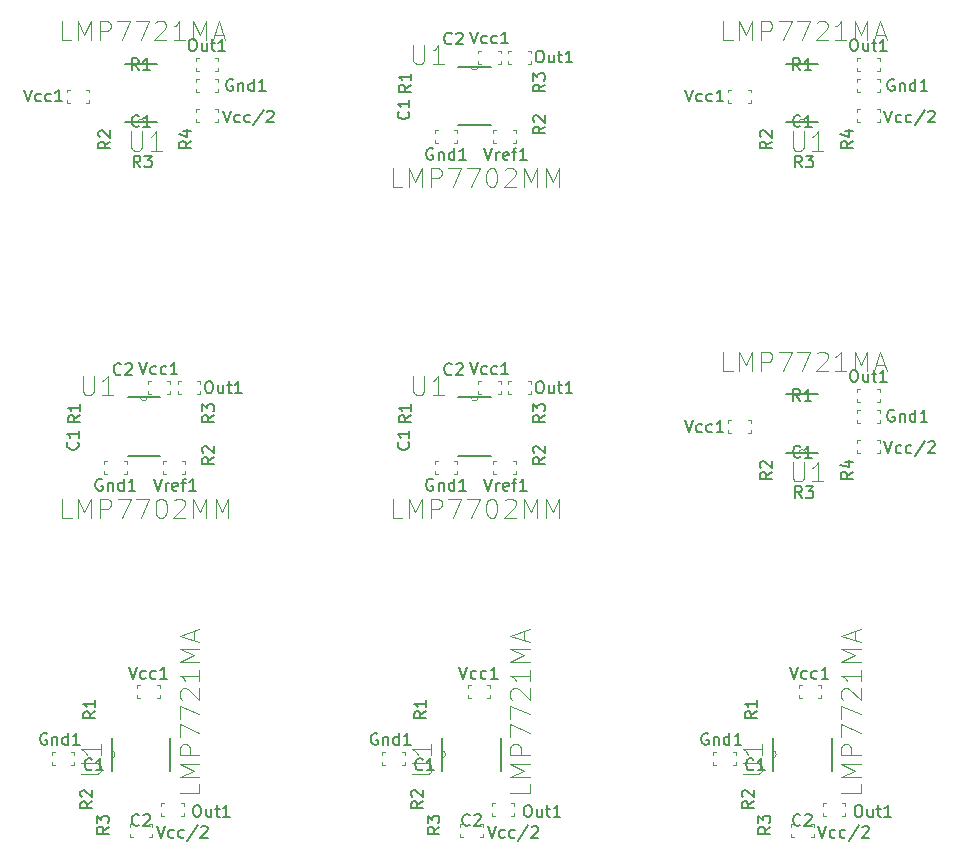
<source format=gto>
%MOIN*%
%OFA0B0*%
%FSLAX46Y46*%
%IPPOS*%
%LPD*%
%ADD10C,0.0039370078740157488*%
%ADD11C,0.006000000000000001*%
%ADD12C,0.005905511811023622*%
%ADD13C,0.0019685039370078744*%
%ADD24C,0.0039370078740157488*%
%ADD25C,0.006000000000000001*%
%ADD26C,0.005905511811023622*%
%ADD27C,0.0019685039370078744*%
%ADD28C,0.0039370078740157488*%
%ADD29C,0.006000000000000001*%
%ADD30C,0.0019685039370078744*%
%ADD31C,0.005905511811023622*%
%ADD32C,0.0039370078740157488*%
%ADD33C,0.006000000000000001*%
%ADD34C,0.005905511811023622*%
%ADD35C,0.0019685039370078744*%
%ADD36C,0.0039370078740157488*%
%ADD37C,0.006000000000000001*%
%ADD38C,0.005905511811023622*%
%ADD39C,0.0019685039370078744*%
%ADD40C,0.0039370078740157488*%
%ADD41C,0.006000000000000001*%
%ADD42C,0.005905511811023622*%
%ADD43C,0.0019685039370078744*%
%ADD44C,0.0039370078740157488*%
%ADD45C,0.006000000000000001*%
%ADD46C,0.005905511811023622*%
%ADD47C,0.0019685039370078744*%
%ADD48C,0.0039370078740157488*%
%ADD49C,0.006000000000000001*%
%ADD50C,0.0019685039370078744*%
%ADD51C,0.005905511811023622*%
%ADD52C,0.0039370078740157488*%
%ADD53C,0.006000000000000001*%
%ADD54C,0.0019685039370078744*%
%ADD55C,0.005905511811023622*%
D10*
X0000400736Y0000530802D02*
G75*
G02X0000401736Y0000506802I0000000500J-0000012000D01*
G01*
D11*
X0000401736Y0000506802D02*
X0000401736Y0000464802D01*
X0000401736Y0000572802D02*
X0000401736Y0000506802D01*
X0000597736Y0000464802D02*
X0000597736Y0000572802D01*
D10*
X0000277138Y0000525455D02*
X0000267295Y0000525455D01*
X0000277138Y0000525455D02*
X0000277138Y0000515613D01*
X0000202335Y0000525455D02*
X0000212177Y0000525455D01*
X0000202335Y0000525455D02*
X0000202335Y0000515613D01*
X0000202335Y0000482148D02*
X0000202335Y0000491991D01*
X0000202335Y0000482148D02*
X0000212177Y0000482148D01*
X0000277138Y0000482148D02*
X0000267295Y0000482148D01*
X0000277138Y0000482148D02*
X0000277138Y0000491991D01*
X0000562138Y0000750455D02*
X0000552295Y0000750455D01*
X0000562138Y0000750455D02*
X0000562138Y0000740613D01*
X0000487335Y0000750455D02*
X0000497177Y0000750455D01*
X0000487335Y0000750455D02*
X0000487335Y0000740613D01*
X0000487335Y0000707148D02*
X0000487335Y0000716991D01*
X0000487335Y0000707148D02*
X0000497177Y0000707148D01*
X0000562138Y0000707148D02*
X0000552295Y0000707148D01*
X0000562138Y0000707148D02*
X0000562138Y0000716991D01*
X0000642138Y0000355455D02*
X0000632295Y0000355455D01*
X0000642138Y0000355455D02*
X0000642138Y0000345613D01*
X0000567335Y0000355455D02*
X0000577177Y0000355455D01*
X0000567335Y0000355455D02*
X0000567335Y0000345613D01*
X0000567335Y0000312148D02*
X0000567335Y0000321991D01*
X0000567335Y0000312148D02*
X0000577177Y0000312148D01*
X0000642138Y0000312148D02*
X0000632295Y0000312148D01*
X0000642138Y0000312148D02*
X0000642138Y0000321991D01*
X0000537138Y0000285455D02*
X0000527295Y0000285455D01*
X0000537138Y0000285455D02*
X0000537138Y0000275613D01*
X0000462335Y0000285455D02*
X0000472177Y0000285455D01*
X0000462335Y0000285455D02*
X0000462335Y0000275613D01*
X0000462335Y0000242148D02*
X0000462335Y0000251991D01*
X0000462335Y0000242148D02*
X0000472177Y0000242148D01*
X0000537138Y0000242148D02*
X0000527295Y0000242148D01*
X0000537138Y0000242148D02*
X0000537138Y0000251991D01*
D12*
X0000493175Y0000284741D02*
X0000491300Y0000282866D01*
X0000485675Y0000280992D01*
X0000481926Y0000280992D01*
X0000476302Y0000282866D01*
X0000472552Y0000286616D01*
X0000470677Y0000290365D01*
X0000468803Y0000297865D01*
X0000468803Y0000303489D01*
X0000470677Y0000310988D01*
X0000472552Y0000314737D01*
X0000476302Y0000318487D01*
X0000481926Y0000320362D01*
X0000485675Y0000320362D01*
X0000491300Y0000318487D01*
X0000493175Y0000316612D01*
X0000508173Y0000316612D02*
X0000510047Y0000318487D01*
X0000513797Y0000320362D01*
X0000523171Y0000320362D01*
X0000526920Y0000318487D01*
X0000528795Y0000316612D01*
X0000530670Y0000312863D01*
X0000530670Y0000309113D01*
X0000528795Y0000303489D01*
X0000506298Y0000280992D01*
X0000530670Y0000280992D01*
D13*
X0000301270Y0000452572D02*
X0000353567Y0000452572D01*
X0000359720Y0000455648D01*
X0000362796Y0000458725D01*
X0000365872Y0000464877D01*
X0000365872Y0000477182D01*
X0000362796Y0000483335D01*
X0000359720Y0000486411D01*
X0000353567Y0000489488D01*
X0000301270Y0000489488D01*
X0000365872Y0000554090D02*
X0000365872Y0000517174D01*
X0000365872Y0000535632D02*
X0000301270Y0000535632D01*
X0000310499Y0000529480D01*
X0000316651Y0000523327D01*
X0000319728Y0000517174D01*
X0000693972Y0000421838D02*
X0000693972Y0000391064D01*
X0000629346Y0000391064D01*
X0000693972Y0000443381D02*
X0000629346Y0000443381D01*
X0000675507Y0000464923D01*
X0000629346Y0000486465D01*
X0000693972Y0000486465D01*
X0000693972Y0000517239D02*
X0000629346Y0000517239D01*
X0000629346Y0000541859D01*
X0000632423Y0000548014D01*
X0000635500Y0000551091D01*
X0000641655Y0000554169D01*
X0000650888Y0000554169D01*
X0000657043Y0000551091D01*
X0000660120Y0000548014D01*
X0000663197Y0000541859D01*
X0000663197Y0000517239D01*
X0000629346Y0000575711D02*
X0000629346Y0000618795D01*
X0000693972Y0000591098D01*
X0000629346Y0000637260D02*
X0000629346Y0000680344D01*
X0000693972Y0000652647D01*
X0000635500Y0000701886D02*
X0000632423Y0000704964D01*
X0000629346Y0000711118D01*
X0000629346Y0000726506D01*
X0000632423Y0000732661D01*
X0000635500Y0000735738D01*
X0000641655Y0000738815D01*
X0000647810Y0000738815D01*
X0000657043Y0000735738D01*
X0000693972Y0000698809D01*
X0000693972Y0000738815D01*
X0000693972Y0000800364D02*
X0000693972Y0000763435D01*
X0000693972Y0000781900D02*
X0000629346Y0000781900D01*
X0000638578Y0000775745D01*
X0000644733Y0000769590D01*
X0000647810Y0000763435D01*
X0000693972Y0000828061D02*
X0000629346Y0000828061D01*
X0000675507Y0000849604D01*
X0000629346Y0000871146D01*
X0000693972Y0000871146D01*
X0000675507Y0000898843D02*
X0000675507Y0000929617D01*
X0000693972Y0000892688D02*
X0000629346Y0000914230D01*
X0000693972Y0000935772D01*
D12*
X0000185679Y0000588487D02*
X0000181930Y0000590362D01*
X0000176305Y0000590362D01*
X0000170681Y0000588487D01*
X0000166932Y0000584737D01*
X0000165057Y0000580988D01*
X0000163182Y0000573489D01*
X0000163182Y0000567865D01*
X0000165057Y0000560365D01*
X0000166932Y0000556616D01*
X0000170681Y0000552866D01*
X0000176305Y0000550992D01*
X0000180055Y0000550992D01*
X0000185679Y0000552866D01*
X0000187554Y0000554741D01*
X0000187554Y0000567865D01*
X0000180055Y0000567865D01*
X0000204427Y0000577238D02*
X0000204427Y0000550992D01*
X0000204427Y0000573489D02*
X0000206302Y0000575364D01*
X0000210051Y0000577238D01*
X0000215675Y0000577238D01*
X0000219425Y0000575364D01*
X0000221300Y0000571614D01*
X0000221300Y0000550992D01*
X0000256920Y0000550992D02*
X0000256920Y0000590362D01*
X0000256920Y0000552866D02*
X0000253171Y0000550992D01*
X0000245672Y0000550992D01*
X0000241922Y0000552866D01*
X0000240047Y0000554741D01*
X0000238173Y0000558491D01*
X0000238173Y0000569739D01*
X0000240047Y0000573489D01*
X0000241922Y0000575364D01*
X0000245672Y0000577238D01*
X0000253171Y0000577238D01*
X0000256920Y0000575364D01*
X0000296290Y0000550992D02*
X0000273793Y0000550992D01*
X0000285042Y0000550992D02*
X0000285042Y0000590362D01*
X0000281292Y0000584737D01*
X0000277543Y0000580988D01*
X0000273793Y0000579113D01*
X0000459119Y0000810362D02*
X0000472243Y0000770992D01*
X0000485366Y0000810362D01*
X0000515362Y0000772866D02*
X0000511613Y0000770992D01*
X0000504114Y0000770992D01*
X0000500364Y0000772866D01*
X0000498490Y0000774741D01*
X0000496615Y0000778491D01*
X0000496615Y0000789739D01*
X0000498490Y0000793489D01*
X0000500364Y0000795364D01*
X0000504114Y0000797238D01*
X0000511613Y0000797238D01*
X0000515362Y0000795364D01*
X0000549108Y0000772866D02*
X0000545359Y0000770992D01*
X0000537860Y0000770992D01*
X0000534110Y0000772866D01*
X0000532235Y0000774741D01*
X0000530361Y0000778491D01*
X0000530361Y0000789739D01*
X0000532235Y0000793489D01*
X0000534110Y0000795364D01*
X0000537860Y0000797238D01*
X0000545359Y0000797238D01*
X0000549108Y0000795364D01*
X0000586603Y0000770992D02*
X0000564106Y0000770992D01*
X0000575355Y0000770992D02*
X0000575355Y0000810362D01*
X0000571605Y0000804737D01*
X0000567856Y0000800988D01*
X0000564106Y0000799113D01*
X0000392546Y0000277240D02*
X0000373799Y0000264117D01*
X0000392546Y0000254743D02*
X0000353176Y0000254743D01*
X0000353176Y0000269741D01*
X0000355051Y0000273491D01*
X0000356926Y0000275365D01*
X0000360675Y0000277240D01*
X0000366300Y0000277240D01*
X0000370049Y0000275365D01*
X0000371924Y0000273491D01*
X0000373799Y0000269741D01*
X0000373799Y0000254743D01*
X0000353176Y0000290364D02*
X0000353176Y0000314736D01*
X0000368175Y0000301612D01*
X0000368175Y0000307236D01*
X0000370049Y0000310986D01*
X0000371924Y0000312861D01*
X0000375674Y0000314736D01*
X0000385047Y0000314736D01*
X0000388797Y0000312861D01*
X0000390672Y0000310986D01*
X0000392546Y0000307236D01*
X0000392546Y0000295988D01*
X0000390672Y0000292238D01*
X0000388797Y0000290364D01*
X0000337546Y0000362240D02*
X0000318799Y0000349117D01*
X0000337546Y0000339743D02*
X0000298176Y0000339743D01*
X0000298176Y0000354741D01*
X0000300051Y0000358491D01*
X0000301926Y0000360365D01*
X0000305675Y0000362240D01*
X0000311300Y0000362240D01*
X0000315049Y0000360365D01*
X0000316924Y0000358491D01*
X0000318799Y0000354741D01*
X0000318799Y0000339743D01*
X0000301926Y0000377238D02*
X0000300051Y0000379113D01*
X0000298176Y0000382863D01*
X0000298176Y0000392236D01*
X0000300051Y0000395986D01*
X0000301926Y0000397861D01*
X0000305675Y0000399736D01*
X0000309425Y0000399736D01*
X0000315049Y0000397861D01*
X0000337546Y0000375364D01*
X0000337546Y0000399736D01*
X0000347546Y0000662240D02*
X0000328799Y0000649117D01*
X0000347546Y0000639743D02*
X0000308176Y0000639743D01*
X0000308176Y0000654741D01*
X0000310051Y0000658491D01*
X0000311926Y0000660365D01*
X0000315675Y0000662240D01*
X0000321300Y0000662240D01*
X0000325049Y0000660365D01*
X0000326924Y0000658491D01*
X0000328799Y0000654741D01*
X0000328799Y0000639743D01*
X0000347546Y0000699736D02*
X0000347546Y0000677238D01*
X0000347546Y0000688487D02*
X0000308176Y0000688487D01*
X0000313801Y0000684737D01*
X0000317550Y0000680988D01*
X0000319425Y0000677238D01*
X0000683180Y0000350362D02*
X0000690679Y0000350362D01*
X0000694429Y0000348487D01*
X0000698178Y0000344737D01*
X0000700053Y0000337238D01*
X0000700053Y0000324115D01*
X0000698178Y0000316616D01*
X0000694429Y0000312866D01*
X0000690679Y0000310992D01*
X0000683180Y0000310992D01*
X0000679431Y0000312866D01*
X0000675681Y0000316616D01*
X0000673806Y0000324115D01*
X0000673806Y0000337238D01*
X0000675681Y0000344737D01*
X0000679431Y0000348487D01*
X0000683180Y0000350362D01*
X0000733799Y0000337238D02*
X0000733799Y0000310992D01*
X0000716926Y0000337238D02*
X0000716926Y0000316616D01*
X0000718801Y0000312866D01*
X0000722550Y0000310992D01*
X0000728175Y0000310992D01*
X0000731924Y0000312866D01*
X0000733799Y0000314741D01*
X0000746922Y0000337238D02*
X0000761920Y0000337238D01*
X0000752546Y0000350362D02*
X0000752546Y0000316616D01*
X0000754421Y0000312866D01*
X0000758171Y0000310992D01*
X0000761920Y0000310992D01*
X0000795666Y0000310992D02*
X0000773169Y0000310992D01*
X0000784417Y0000310992D02*
X0000784417Y0000350362D01*
X0000780668Y0000344737D01*
X0000776918Y0000340988D01*
X0000773169Y0000339113D01*
X0000553497Y0000280362D02*
X0000566620Y0000240992D01*
X0000579744Y0000280362D01*
X0000609740Y0000242866D02*
X0000605990Y0000240992D01*
X0000598491Y0000240992D01*
X0000594742Y0000242866D01*
X0000592867Y0000244741D01*
X0000590992Y0000248491D01*
X0000590992Y0000259739D01*
X0000592867Y0000263489D01*
X0000594742Y0000265364D01*
X0000598491Y0000267238D01*
X0000605990Y0000267238D01*
X0000609740Y0000265364D01*
X0000643486Y0000242866D02*
X0000639736Y0000240992D01*
X0000632237Y0000240992D01*
X0000628488Y0000242866D01*
X0000626613Y0000244741D01*
X0000624738Y0000248491D01*
X0000624738Y0000259739D01*
X0000626613Y0000263489D01*
X0000628488Y0000265364D01*
X0000632237Y0000267238D01*
X0000639736Y0000267238D01*
X0000643486Y0000265364D01*
X0000688480Y0000282236D02*
X0000654734Y0000231618D01*
X0000699729Y0000276612D02*
X0000701603Y0000278487D01*
X0000705353Y0000280362D01*
X0000714727Y0000280362D01*
X0000718476Y0000278487D01*
X0000720351Y0000276612D01*
X0000722226Y0000272863D01*
X0000722226Y0000269113D01*
X0000720351Y0000263489D01*
X0000697854Y0000240992D01*
X0000722226Y0000240992D01*
X0000336364Y0000469741D02*
X0000334489Y0000467866D01*
X0000328864Y0000465992D01*
X0000325115Y0000465992D01*
X0000319491Y0000467866D01*
X0000315741Y0000471616D01*
X0000313866Y0000475365D01*
X0000311992Y0000482865D01*
X0000311992Y0000488489D01*
X0000313866Y0000495988D01*
X0000315741Y0000499737D01*
X0000319491Y0000503487D01*
X0000325115Y0000505362D01*
X0000328864Y0000505362D01*
X0000334489Y0000503487D01*
X0000336364Y0000501612D01*
X0000373859Y0000465992D02*
X0000351362Y0000465992D01*
X0000362610Y0000465992D02*
X0000362610Y0000505362D01*
X0000358861Y0000499737D01*
X0000355111Y0000495988D01*
X0000351362Y0000494113D01*
G04 next file*
G04 #@! TF.GenerationSoftware,KiCad,Pcbnew,(5.1.2)-2*
G04 #@! TF.CreationDate,2019-08-09T02:38:33-07:00*
G04 #@! TF.ProjectId,noncontact_electrode,6e6f6e63-6f6e-4746-9163-745f656c6563,rev?*
G04 #@! TF.SameCoordinates,Original*
G04 #@! TF.FileFunction,Legend,Top*
G04 #@! TF.FilePolarity,Positive*
G04 Gerber Fmt 4.6, Leading zero omitted, Abs format (unit mm)*
G04 Created by KiCad (PCBNEW (5.1.2)-2) date 2019-08-09 02:38:33*
G04 APERTURE LIST*
G04 APERTURE END LIST*
D24*
X0000452138Y0001497784D02*
X0000442295Y0001497784D01*
X0000452138Y0001497784D02*
X0000452138Y0001487942D01*
X0000377335Y0001497784D02*
X0000387177Y0001497784D01*
X0000377335Y0001497784D02*
X0000377335Y0001487942D01*
X0000377335Y0001454477D02*
X0000377335Y0001464320D01*
X0000377335Y0001454477D02*
X0000387177Y0001454477D01*
X0000452138Y0001454477D02*
X0000442295Y0001454477D01*
X0000452138Y0001454477D02*
X0000452138Y0001464320D01*
X0000597138Y0001762784D02*
X0000587295Y0001762784D01*
X0000597138Y0001762784D02*
X0000597138Y0001752942D01*
X0000522335Y0001762784D02*
X0000532177Y0001762784D01*
X0000522335Y0001762784D02*
X0000522335Y0001752942D01*
X0000522335Y0001719477D02*
X0000522335Y0001729320D01*
X0000522335Y0001719477D02*
X0000532177Y0001719477D01*
X0000597138Y0001719477D02*
X0000587295Y0001719477D01*
X0000597138Y0001719477D02*
X0000597138Y0001729320D01*
X0000521736Y0001710131D02*
G75*
G02X0000497736Y0001709131I-0000012000J-0000000500D01*
G01*
D25*
X0000497736Y0001709131D02*
X0000455736Y0001709131D01*
X0000563736Y0001709131D02*
X0000497736Y0001709131D01*
X0000455736Y0001513131D02*
X0000563736Y0001513131D01*
D24*
X0000697138Y0001762784D02*
X0000687295Y0001762784D01*
X0000697138Y0001762784D02*
X0000697138Y0001752942D01*
X0000622335Y0001762784D02*
X0000632177Y0001762784D01*
X0000622335Y0001762784D02*
X0000622335Y0001752942D01*
X0000622335Y0001719477D02*
X0000622335Y0001729320D01*
X0000622335Y0001719477D02*
X0000632177Y0001719477D01*
X0000697138Y0001719477D02*
X0000687295Y0001719477D01*
X0000697138Y0001719477D02*
X0000697138Y0001729320D01*
X0000647138Y0001497784D02*
X0000637295Y0001497784D01*
X0000647138Y0001497784D02*
X0000647138Y0001487942D01*
X0000572335Y0001497784D02*
X0000582177Y0001497784D01*
X0000572335Y0001497784D02*
X0000572335Y0001487942D01*
X0000572335Y0001454477D02*
X0000572335Y0001464320D01*
X0000572335Y0001454477D02*
X0000582177Y0001454477D01*
X0000647138Y0001454477D02*
X0000637295Y0001454477D01*
X0000647138Y0001454477D02*
X0000647138Y0001464320D01*
D26*
X0000370679Y0001435816D02*
X0000366930Y0001437691D01*
X0000361305Y0001437691D01*
X0000355681Y0001435816D01*
X0000351932Y0001432066D01*
X0000350057Y0001428317D01*
X0000348182Y0001420818D01*
X0000348182Y0001415193D01*
X0000350057Y0001407694D01*
X0000351932Y0001403945D01*
X0000355681Y0001400195D01*
X0000361305Y0001398320D01*
X0000365055Y0001398320D01*
X0000370679Y0001400195D01*
X0000372554Y0001402070D01*
X0000372554Y0001415193D01*
X0000365055Y0001415193D01*
X0000389427Y0001424567D02*
X0000389427Y0001398320D01*
X0000389427Y0001420818D02*
X0000391302Y0001422692D01*
X0000395051Y0001424567D01*
X0000400675Y0001424567D01*
X0000404425Y0001422692D01*
X0000406300Y0001418943D01*
X0000406300Y0001398320D01*
X0000441920Y0001398320D02*
X0000441920Y0001437691D01*
X0000441920Y0001400195D02*
X0000438171Y0001398320D01*
X0000430672Y0001398320D01*
X0000426922Y0001400195D01*
X0000425047Y0001402070D01*
X0000423173Y0001405820D01*
X0000423173Y0001417068D01*
X0000425047Y0001420818D01*
X0000426922Y0001422692D01*
X0000430672Y0001424567D01*
X0000438171Y0001424567D01*
X0000441920Y0001422692D01*
X0000481290Y0001398320D02*
X0000458793Y0001398320D01*
X0000470042Y0001398320D02*
X0000470042Y0001437691D01*
X0000466292Y0001432066D01*
X0000462543Y0001428317D01*
X0000458793Y0001426442D01*
X0000494119Y0001825683D02*
X0000507243Y0001786313D01*
X0000520366Y0001825683D01*
X0000550362Y0001788187D02*
X0000546613Y0001786313D01*
X0000539114Y0001786313D01*
X0000535364Y0001788187D01*
X0000533490Y0001790062D01*
X0000531615Y0001793812D01*
X0000531615Y0001805060D01*
X0000533490Y0001808810D01*
X0000535364Y0001810685D01*
X0000539114Y0001812559D01*
X0000546613Y0001812559D01*
X0000550362Y0001810685D01*
X0000584108Y0001788187D02*
X0000580359Y0001786313D01*
X0000572860Y0001786313D01*
X0000569110Y0001788187D01*
X0000567235Y0001790062D01*
X0000565361Y0001793812D01*
X0000565361Y0001805060D01*
X0000567235Y0001808810D01*
X0000569110Y0001810685D01*
X0000572860Y0001812559D01*
X0000580359Y0001812559D01*
X0000584108Y0001810685D01*
X0000621603Y0001786313D02*
X0000599106Y0001786313D01*
X0000610355Y0001786313D02*
X0000610355Y0001825683D01*
X0000606605Y0001820058D01*
X0000602856Y0001816309D01*
X0000599106Y0001814434D01*
D27*
X0000305515Y0001781508D02*
X0000305515Y0001729211D01*
X0000308592Y0001723058D01*
X0000311668Y0001719982D01*
X0000317821Y0001716906D01*
X0000330126Y0001716906D01*
X0000336278Y0001719982D01*
X0000339355Y0001723058D01*
X0000342431Y0001729211D01*
X0000342431Y0001781508D01*
X0000407033Y0001716906D02*
X0000370118Y0001716906D01*
X0000388576Y0001716906D02*
X0000388576Y0001781508D01*
X0000382423Y0001772279D01*
X0000376270Y0001766127D01*
X0000370118Y0001763050D01*
X0000268540Y0001306895D02*
X0000237766Y0001306895D01*
X0000237766Y0001371521D01*
X0000290083Y0001306895D02*
X0000290083Y0001371521D01*
X0000311625Y0001325360D01*
X0000333167Y0001371521D01*
X0000333167Y0001306895D01*
X0000363941Y0001306895D02*
X0000363941Y0001371521D01*
X0000388561Y0001371521D01*
X0000394716Y0001368444D01*
X0000397793Y0001365366D01*
X0000400871Y0001359212D01*
X0000400871Y0001349979D01*
X0000397793Y0001343824D01*
X0000394716Y0001340747D01*
X0000388561Y0001337669D01*
X0000363941Y0001337669D01*
X0000422413Y0001371521D02*
X0000465497Y0001371521D01*
X0000437800Y0001306895D01*
X0000483962Y0001371521D02*
X0000527046Y0001371521D01*
X0000499349Y0001306895D01*
X0000563975Y0001371521D02*
X0000570130Y0001371521D01*
X0000576285Y0001368444D01*
X0000579363Y0001365366D01*
X0000582440Y0001359212D01*
X0000585517Y0001346902D01*
X0000585517Y0001331515D01*
X0000582440Y0001319205D01*
X0000579363Y0001313050D01*
X0000576285Y0001309972D01*
X0000570130Y0001306895D01*
X0000563975Y0001306895D01*
X0000557820Y0001309972D01*
X0000554743Y0001313050D01*
X0000551666Y0001319205D01*
X0000548588Y0001331515D01*
X0000548588Y0001346902D01*
X0000551666Y0001359212D01*
X0000554743Y0001365366D01*
X0000557820Y0001368444D01*
X0000563975Y0001371521D01*
X0000610137Y0001365366D02*
X0000613215Y0001368444D01*
X0000619369Y0001371521D01*
X0000634757Y0001371521D01*
X0000640912Y0001368444D01*
X0000643989Y0001365366D01*
X0000647066Y0001359212D01*
X0000647066Y0001353057D01*
X0000643989Y0001343824D01*
X0000607060Y0001306895D01*
X0000647066Y0001306895D01*
X0000674763Y0001306895D02*
X0000674763Y0001371521D01*
X0000696306Y0001325360D01*
X0000717848Y0001371521D01*
X0000717848Y0001306895D01*
X0000748622Y0001306895D02*
X0000748622Y0001371521D01*
X0000770164Y0001325360D01*
X0000791706Y0001371521D01*
X0000791706Y0001306895D01*
D26*
X0000743609Y0001649569D02*
X0000724862Y0001636446D01*
X0000743609Y0001627072D02*
X0000704239Y0001627072D01*
X0000704239Y0001642070D01*
X0000706114Y0001645820D01*
X0000707989Y0001647694D01*
X0000711738Y0001649569D01*
X0000717363Y0001649569D01*
X0000721112Y0001647694D01*
X0000722987Y0001645820D01*
X0000724862Y0001642070D01*
X0000724862Y0001627072D01*
X0000704239Y0001662692D02*
X0000704239Y0001687064D01*
X0000719238Y0001673941D01*
X0000719238Y0001679565D01*
X0000721112Y0001683315D01*
X0000722987Y0001685190D01*
X0000726737Y0001687064D01*
X0000736110Y0001687064D01*
X0000739860Y0001685190D01*
X0000741735Y0001683315D01*
X0000743609Y0001679565D01*
X0000743609Y0001668317D01*
X0000741735Y0001664567D01*
X0000739860Y0001662692D01*
X0000743609Y0001509569D02*
X0000724862Y0001496446D01*
X0000743609Y0001487072D02*
X0000704239Y0001487072D01*
X0000704239Y0001502070D01*
X0000706114Y0001505820D01*
X0000707989Y0001507694D01*
X0000711738Y0001509569D01*
X0000717363Y0001509569D01*
X0000721112Y0001507694D01*
X0000722987Y0001505820D01*
X0000724862Y0001502070D01*
X0000724862Y0001487072D01*
X0000707989Y0001524567D02*
X0000706114Y0001526442D01*
X0000704239Y0001530191D01*
X0000704239Y0001539565D01*
X0000706114Y0001543315D01*
X0000707989Y0001545190D01*
X0000711738Y0001547064D01*
X0000715488Y0001547064D01*
X0000721112Y0001545190D01*
X0000743609Y0001522692D01*
X0000743609Y0001547064D01*
X0000296483Y0001648664D02*
X0000277736Y0001635540D01*
X0000296483Y0001626166D02*
X0000257113Y0001626166D01*
X0000257113Y0001641165D01*
X0000258988Y0001644914D01*
X0000260863Y0001646789D01*
X0000264612Y0001648664D01*
X0000270237Y0001648664D01*
X0000273986Y0001646789D01*
X0000275861Y0001644914D01*
X0000277736Y0001641165D01*
X0000277736Y0001626166D01*
X0000296483Y0001686159D02*
X0000296483Y0001663662D01*
X0000296483Y0001674910D02*
X0000257113Y0001674910D01*
X0000262738Y0001671161D01*
X0000266487Y0001667411D01*
X0000268362Y0001663662D01*
X0000723180Y0001762691D02*
X0000730679Y0001762691D01*
X0000734429Y0001760816D01*
X0000738178Y0001757066D01*
X0000740053Y0001749567D01*
X0000740053Y0001736444D01*
X0000738178Y0001728945D01*
X0000734429Y0001725195D01*
X0000730679Y0001723320D01*
X0000723180Y0001723320D01*
X0000719431Y0001725195D01*
X0000715681Y0001728945D01*
X0000713806Y0001736444D01*
X0000713806Y0001749567D01*
X0000715681Y0001757066D01*
X0000719431Y0001760816D01*
X0000723180Y0001762691D01*
X0000773799Y0001749567D02*
X0000773799Y0001723320D01*
X0000756926Y0001749567D02*
X0000756926Y0001728945D01*
X0000758801Y0001725195D01*
X0000762550Y0001723320D01*
X0000768175Y0001723320D01*
X0000771924Y0001725195D01*
X0000773799Y0001727070D01*
X0000786922Y0001749567D02*
X0000801920Y0001749567D01*
X0000792546Y0001762691D02*
X0000792546Y0001728945D01*
X0000794421Y0001725195D01*
X0000798171Y0001723320D01*
X0000801920Y0001723320D01*
X0000835666Y0001723320D02*
X0000813169Y0001723320D01*
X0000824417Y0001723320D02*
X0000824417Y0001762691D01*
X0000820668Y0001757066D01*
X0000816918Y0001753317D01*
X0000813169Y0001751442D01*
X0000542558Y0001437691D02*
X0000555681Y0001398320D01*
X0000568804Y0001437691D01*
X0000581928Y0001398320D02*
X0000581928Y0001424567D01*
X0000581928Y0001417068D02*
X0000583803Y0001420818D01*
X0000585677Y0001422692D01*
X0000589427Y0001424567D01*
X0000593176Y0001424567D01*
X0000621298Y0001400195D02*
X0000617548Y0001398320D01*
X0000610049Y0001398320D01*
X0000606300Y0001400195D01*
X0000604425Y0001403945D01*
X0000604425Y0001418943D01*
X0000606300Y0001422692D01*
X0000610049Y0001424567D01*
X0000617548Y0001424567D01*
X0000621298Y0001422692D01*
X0000623173Y0001418943D01*
X0000623173Y0001415193D01*
X0000604425Y0001411444D01*
X0000634421Y0001424567D02*
X0000649419Y0001424567D01*
X0000640046Y0001398320D02*
X0000640046Y0001432066D01*
X0000641920Y0001435816D01*
X0000645670Y0001437691D01*
X0000649419Y0001437691D01*
X0000683165Y0001398320D02*
X0000660668Y0001398320D01*
X0000671917Y0001398320D02*
X0000671917Y0001437691D01*
X0000668167Y0001432066D01*
X0000664417Y0001428317D01*
X0000660668Y0001426442D01*
X0000433175Y0001787070D02*
X0000431300Y0001785195D01*
X0000425675Y0001783320D01*
X0000421926Y0001783320D01*
X0000416302Y0001785195D01*
X0000412552Y0001788945D01*
X0000410677Y0001792694D01*
X0000408803Y0001800193D01*
X0000408803Y0001805818D01*
X0000410677Y0001813317D01*
X0000412552Y0001817066D01*
X0000416302Y0001820816D01*
X0000421926Y0001822691D01*
X0000425675Y0001822691D01*
X0000431300Y0001820816D01*
X0000433175Y0001818941D01*
X0000448173Y0001818941D02*
X0000450047Y0001820816D01*
X0000453797Y0001822691D01*
X0000463171Y0001822691D01*
X0000466920Y0001820816D01*
X0000468795Y0001818941D01*
X0000470670Y0001815191D01*
X0000470670Y0001811442D01*
X0000468795Y0001805818D01*
X0000446298Y0001783320D01*
X0000470670Y0001783320D01*
X0000288797Y0001559569D02*
X0000290672Y0001557694D01*
X0000292546Y0001552070D01*
X0000292546Y0001548320D01*
X0000290672Y0001542696D01*
X0000286922Y0001538947D01*
X0000283173Y0001537072D01*
X0000275674Y0001535197D01*
X0000270049Y0001535197D01*
X0000262550Y0001537072D01*
X0000258801Y0001538947D01*
X0000255051Y0001542696D01*
X0000253176Y0001548320D01*
X0000253176Y0001552070D01*
X0000255051Y0001557694D01*
X0000256926Y0001559569D01*
X0000292546Y0001597064D02*
X0000292546Y0001574567D01*
X0000292546Y0001585816D02*
X0000253176Y0001585816D01*
X0000258801Y0001582066D01*
X0000262550Y0001578317D01*
X0000264425Y0001574567D01*
G04 next file*
G04 #@! TF.GenerationSoftware,KiCad,Pcbnew,(5.1.2)-2*
G04 #@! TF.CreationDate,2019-08-09T02:41:04-07:00*
G04 #@! TF.ProjectId,noncontact_electrode,6e6f6e63-6f6e-4746-9163-745f656c6563,rev?*
G04 #@! TF.SameCoordinates,Original*
G04 #@! TF.FileFunction,Legend,Top*
G04 #@! TF.FilePolarity,Positive*
G04 Gerber Fmt 4.6, Leading zero omitted, Abs format (unit mm)*
G04 Created by KiCad (PCBNEW (5.1.2)-2) date 2019-08-09 02:41:04*
G04 APERTURE LIST*
G04 APERTURE END LIST*
D28*
X0000487736Y0002624460D02*
G75*
G02X0000511736Y0002625460I0000012000J0000000500D01*
G01*
D29*
X0000511736Y0002625460D02*
X0000553736Y0002625460D01*
X0000445736Y0002625460D02*
X0000511736Y0002625460D01*
X0000553736Y0002821460D02*
X0000445736Y0002821460D01*
D28*
X0000757138Y0002770113D02*
X0000747295Y0002770113D01*
X0000757138Y0002770113D02*
X0000757138Y0002760271D01*
X0000682335Y0002770113D02*
X0000692177Y0002770113D01*
X0000682335Y0002770113D02*
X0000682335Y0002760271D01*
X0000682335Y0002726806D02*
X0000682335Y0002736649D01*
X0000682335Y0002726806D02*
X0000692177Y0002726806D01*
X0000757138Y0002726806D02*
X0000747295Y0002726806D01*
X0000757138Y0002726806D02*
X0000757138Y0002736649D01*
X0000327138Y0002735113D02*
X0000317295Y0002735113D01*
X0000327138Y0002735113D02*
X0000327138Y0002725271D01*
X0000252335Y0002735113D02*
X0000262177Y0002735113D01*
X0000252335Y0002735113D02*
X0000252335Y0002725271D01*
X0000252335Y0002691806D02*
X0000252335Y0002701649D01*
X0000252335Y0002691806D02*
X0000262177Y0002691806D01*
X0000327138Y0002691806D02*
X0000317295Y0002691806D01*
X0000327138Y0002691806D02*
X0000327138Y0002701649D01*
X0000757138Y0002840113D02*
X0000747295Y0002840113D01*
X0000757138Y0002840113D02*
X0000757138Y0002830271D01*
X0000682335Y0002840113D02*
X0000692177Y0002840113D01*
X0000682335Y0002840113D02*
X0000682335Y0002830271D01*
X0000682335Y0002796806D02*
X0000682335Y0002806649D01*
X0000682335Y0002796806D02*
X0000692177Y0002796806D01*
X0000757138Y0002796806D02*
X0000747295Y0002796806D01*
X0000757138Y0002796806D02*
X0000757138Y0002806649D01*
X0000757138Y0002670113D02*
X0000747295Y0002670113D01*
X0000757138Y0002670113D02*
X0000757138Y0002660271D01*
X0000682335Y0002670113D02*
X0000692177Y0002670113D01*
X0000682335Y0002670113D02*
X0000682335Y0002660271D01*
X0000682335Y0002626806D02*
X0000682335Y0002636649D01*
X0000682335Y0002626806D02*
X0000692177Y0002626806D01*
X0000757138Y0002626806D02*
X0000747295Y0002626806D01*
X0000757138Y0002626806D02*
X0000757138Y0002636649D01*
D30*
X0000467524Y0002595748D02*
X0000467524Y0002543451D01*
X0000470601Y0002537299D01*
X0000473677Y0002534222D01*
X0000479830Y0002531146D01*
X0000492135Y0002531146D01*
X0000498287Y0002534222D01*
X0000501364Y0002537299D01*
X0000504440Y0002543451D01*
X0000504440Y0002595748D01*
X0000569042Y0002531146D02*
X0000532127Y0002531146D01*
X0000550585Y0002531146D02*
X0000550585Y0002595748D01*
X0000544432Y0002586520D01*
X0000538279Y0002580367D01*
X0000532127Y0002577291D01*
X0000267773Y0002899224D02*
X0000236998Y0002899224D01*
X0000236998Y0002963851D01*
X0000289315Y0002899224D02*
X0000289315Y0002963851D01*
X0000310857Y0002917689D01*
X0000332399Y0002963851D01*
X0000332399Y0002899224D01*
X0000363174Y0002899224D02*
X0000363174Y0002963851D01*
X0000387793Y0002963851D01*
X0000393948Y0002960773D01*
X0000397026Y0002957696D01*
X0000400103Y0002951541D01*
X0000400103Y0002942308D01*
X0000397026Y0002936154D01*
X0000393948Y0002933076D01*
X0000387793Y0002929999D01*
X0000363174Y0002929999D01*
X0000421645Y0002963851D02*
X0000464729Y0002963851D01*
X0000437032Y0002899224D01*
X0000483194Y0002963851D02*
X0000526278Y0002963851D01*
X0000498581Y0002899224D01*
X0000547820Y0002957696D02*
X0000550898Y0002960773D01*
X0000557053Y0002963851D01*
X0000572440Y0002963851D01*
X0000578595Y0002960773D01*
X0000581672Y0002957696D01*
X0000584750Y0002951541D01*
X0000584750Y0002945386D01*
X0000581672Y0002936154D01*
X0000544743Y0002899224D01*
X0000584750Y0002899224D01*
X0000646299Y0002899224D02*
X0000609369Y0002899224D01*
X0000627834Y0002899224D02*
X0000627834Y0002963851D01*
X0000621679Y0002954618D01*
X0000615524Y0002948463D01*
X0000609369Y0002945386D01*
X0000673996Y0002899224D02*
X0000673996Y0002963851D01*
X0000695538Y0002917689D01*
X0000717080Y0002963851D01*
X0000717080Y0002899224D01*
X0000744777Y0002917689D02*
X0000775552Y0002917689D01*
X0000738622Y0002899224D02*
X0000760164Y0002963851D01*
X0000781706Y0002899224D01*
D31*
X0000667546Y0002562804D02*
X0000648799Y0002549680D01*
X0000667546Y0002540307D02*
X0000628176Y0002540307D01*
X0000628176Y0002555305D01*
X0000630051Y0002559054D01*
X0000631926Y0002560929D01*
X0000635675Y0002562804D01*
X0000641300Y0002562804D01*
X0000645049Y0002560929D01*
X0000646924Y0002559054D01*
X0000648799Y0002555305D01*
X0000648799Y0002540307D01*
X0000641300Y0002596550D02*
X0000667546Y0002596550D01*
X0000626302Y0002587176D02*
X0000654423Y0002577802D01*
X0000654423Y0002602174D01*
X0000805679Y0002768145D02*
X0000801930Y0002770020D01*
X0000796305Y0002770020D01*
X0000790681Y0002768145D01*
X0000786932Y0002764395D01*
X0000785057Y0002760646D01*
X0000783182Y0002753147D01*
X0000783182Y0002747523D01*
X0000785057Y0002740023D01*
X0000786932Y0002736274D01*
X0000790681Y0002732524D01*
X0000796305Y0002730650D01*
X0000800055Y0002730650D01*
X0000805679Y0002732524D01*
X0000807554Y0002734399D01*
X0000807554Y0002747523D01*
X0000800055Y0002747523D01*
X0000824427Y0002756896D02*
X0000824427Y0002730650D01*
X0000824427Y0002753147D02*
X0000826302Y0002755022D01*
X0000830051Y0002756896D01*
X0000835675Y0002756896D01*
X0000839425Y0002755022D01*
X0000841300Y0002751272D01*
X0000841300Y0002730650D01*
X0000876920Y0002730650D02*
X0000876920Y0002770020D01*
X0000876920Y0002732524D02*
X0000873171Y0002730650D01*
X0000865672Y0002730650D01*
X0000861922Y0002732524D01*
X0000860047Y0002734399D01*
X0000858173Y0002738149D01*
X0000858173Y0002749397D01*
X0000860047Y0002753147D01*
X0000861922Y0002755022D01*
X0000865672Y0002756896D01*
X0000873171Y0002756896D01*
X0000876920Y0002755022D01*
X0000916290Y0002730650D02*
X0000893793Y0002730650D01*
X0000905042Y0002730650D02*
X0000905042Y0002770020D01*
X0000901292Y0002764395D01*
X0000897543Y0002760646D01*
X0000893793Y0002758771D01*
X0000109119Y0002735020D02*
X0000122243Y0002695650D01*
X0000135366Y0002735020D01*
X0000165362Y0002697524D02*
X0000161613Y0002695650D01*
X0000154114Y0002695650D01*
X0000150364Y0002697524D01*
X0000148490Y0002699399D01*
X0000146615Y0002703149D01*
X0000146615Y0002714397D01*
X0000148490Y0002718147D01*
X0000150364Y0002720022D01*
X0000154114Y0002721896D01*
X0000161613Y0002721896D01*
X0000165362Y0002720022D01*
X0000199108Y0002697524D02*
X0000195359Y0002695650D01*
X0000187860Y0002695650D01*
X0000184110Y0002697524D01*
X0000182235Y0002699399D01*
X0000180361Y0002703149D01*
X0000180361Y0002714397D01*
X0000182235Y0002718147D01*
X0000184110Y0002720022D01*
X0000187860Y0002721896D01*
X0000195359Y0002721896D01*
X0000199108Y0002720022D01*
X0000236603Y0002695650D02*
X0000214106Y0002695650D01*
X0000225355Y0002695650D02*
X0000225355Y0002735020D01*
X0000221605Y0002729395D01*
X0000217856Y0002725646D01*
X0000214106Y0002723771D01*
X0000498175Y0002475650D02*
X0000485051Y0002494397D01*
X0000475677Y0002475650D02*
X0000475677Y0002515020D01*
X0000490675Y0002515020D01*
X0000494425Y0002513145D01*
X0000496300Y0002511270D01*
X0000498175Y0002507521D01*
X0000498175Y0002501896D01*
X0000496300Y0002498147D01*
X0000494425Y0002496272D01*
X0000490675Y0002494397D01*
X0000475677Y0002494397D01*
X0000511298Y0002515020D02*
X0000535670Y0002515020D01*
X0000522546Y0002500022D01*
X0000528171Y0002500022D01*
X0000531920Y0002498147D01*
X0000533795Y0002496272D01*
X0000535670Y0002492523D01*
X0000535670Y0002483149D01*
X0000533795Y0002479399D01*
X0000531920Y0002477524D01*
X0000528171Y0002475650D01*
X0000516922Y0002475650D01*
X0000513173Y0002477524D01*
X0000511298Y0002479399D01*
X0000397546Y0002561898D02*
X0000378799Y0002548775D01*
X0000397546Y0002539401D02*
X0000358176Y0002539401D01*
X0000358176Y0002554399D01*
X0000360051Y0002558149D01*
X0000361926Y0002560023D01*
X0000365675Y0002561898D01*
X0000371300Y0002561898D01*
X0000375049Y0002560023D01*
X0000376924Y0002558149D01*
X0000378799Y0002554399D01*
X0000378799Y0002539401D01*
X0000361926Y0002576896D02*
X0000360051Y0002578771D01*
X0000358176Y0002582521D01*
X0000358176Y0002591895D01*
X0000360051Y0002595644D01*
X0000361926Y0002597519D01*
X0000365675Y0002599394D01*
X0000369425Y0002599394D01*
X0000375049Y0002597519D01*
X0000397546Y0002575022D01*
X0000397546Y0002599394D01*
X0000492269Y0002799587D02*
X0000479146Y0002818334D01*
X0000469772Y0002799587D02*
X0000469772Y0002838957D01*
X0000484770Y0002838957D01*
X0000488520Y0002837082D01*
X0000490394Y0002835207D01*
X0000492269Y0002831458D01*
X0000492269Y0002825833D01*
X0000490394Y0002822084D01*
X0000488520Y0002820209D01*
X0000484770Y0002818334D01*
X0000469772Y0002818334D01*
X0000529764Y0002799587D02*
X0000507267Y0002799587D01*
X0000518516Y0002799587D02*
X0000518516Y0002838957D01*
X0000514766Y0002833332D01*
X0000511017Y0002829583D01*
X0000507267Y0002827708D01*
X0000668180Y0002903012D02*
X0000675679Y0002903012D01*
X0000679429Y0002901137D01*
X0000683178Y0002897388D01*
X0000685053Y0002889888D01*
X0000685053Y0002876765D01*
X0000683178Y0002869266D01*
X0000679429Y0002865517D01*
X0000675679Y0002863642D01*
X0000668180Y0002863642D01*
X0000664431Y0002865517D01*
X0000660681Y0002869266D01*
X0000658806Y0002876765D01*
X0000658806Y0002889888D01*
X0000660681Y0002897388D01*
X0000664431Y0002901137D01*
X0000668180Y0002903012D01*
X0000718799Y0002889888D02*
X0000718799Y0002863642D01*
X0000701926Y0002889888D02*
X0000701926Y0002869266D01*
X0000703801Y0002865517D01*
X0000707550Y0002863642D01*
X0000713175Y0002863642D01*
X0000716924Y0002865517D01*
X0000718799Y0002867391D01*
X0000731922Y0002889888D02*
X0000746920Y0002889888D01*
X0000737546Y0002903012D02*
X0000737546Y0002869266D01*
X0000739421Y0002865517D01*
X0000743171Y0002863642D01*
X0000746920Y0002863642D01*
X0000780666Y0002863642D02*
X0000758169Y0002863642D01*
X0000769417Y0002863642D02*
X0000769417Y0002903012D01*
X0000765668Y0002897388D01*
X0000761918Y0002893638D01*
X0000758169Y0002891763D01*
X0000773497Y0002665020D02*
X0000786620Y0002625650D01*
X0000799744Y0002665020D01*
X0000829740Y0002627524D02*
X0000825990Y0002625650D01*
X0000818491Y0002625650D01*
X0000814742Y0002627524D01*
X0000812867Y0002629399D01*
X0000810992Y0002633149D01*
X0000810992Y0002644397D01*
X0000812867Y0002648147D01*
X0000814742Y0002650022D01*
X0000818491Y0002651896D01*
X0000825990Y0002651896D01*
X0000829740Y0002650022D01*
X0000863486Y0002627524D02*
X0000859736Y0002625650D01*
X0000852237Y0002625650D01*
X0000848488Y0002627524D01*
X0000846613Y0002629399D01*
X0000844738Y0002633149D01*
X0000844738Y0002644397D01*
X0000846613Y0002648147D01*
X0000848488Y0002650022D01*
X0000852237Y0002651896D01*
X0000859736Y0002651896D01*
X0000863486Y0002650022D01*
X0000908480Y0002666895D02*
X0000874734Y0002616276D01*
X0000919729Y0002661270D02*
X0000921603Y0002663145D01*
X0000925353Y0002665020D01*
X0000934727Y0002665020D01*
X0000938476Y0002663145D01*
X0000940351Y0002661270D01*
X0000942226Y0002657521D01*
X0000942226Y0002653771D01*
X0000940351Y0002648147D01*
X0000917854Y0002625650D01*
X0000942226Y0002625650D01*
X0000493175Y0002614399D02*
X0000491300Y0002612524D01*
X0000485675Y0002610650D01*
X0000481926Y0002610650D01*
X0000476302Y0002612524D01*
X0000472552Y0002616274D01*
X0000470677Y0002620023D01*
X0000468803Y0002627523D01*
X0000468803Y0002633147D01*
X0000470677Y0002640646D01*
X0000472552Y0002644395D01*
X0000476302Y0002648145D01*
X0000481926Y0002650020D01*
X0000485675Y0002650020D01*
X0000491300Y0002648145D01*
X0000493175Y0002646270D01*
X0000530670Y0002610650D02*
X0000508173Y0002610650D01*
X0000519421Y0002610650D02*
X0000519421Y0002650020D01*
X0000515672Y0002644395D01*
X0000511922Y0002640646D01*
X0000508173Y0002638771D01*
G04 next file*
G04 #@! TF.GenerationSoftware,KiCad,Pcbnew,(5.1.2)-2*
G04 #@! TF.CreationDate,2019-08-09T03:14:28-07:00*
G04 #@! TF.ProjectId,noncontact_electrode,6e6f6e63-6f6e-4746-9163-745f656c6563,rev?*
G04 #@! TF.SameCoordinates,Original*
G04 #@! TF.FileFunction,Legend,Top*
G04 #@! TF.FilePolarity,Positive*
G04 Gerber Fmt 4.6, Leading zero omitted, Abs format (unit mm)*
G04 Created by KiCad (PCBNEW (5.1.2)-2) date 2019-08-09 03:14:28*
G04 APERTURE LIST*
G04 APERTURE END LIST*
D32*
X0001503032Y0000530802D02*
G75*
G02X0001504032Y0000506802I0000000500J-0000012000D01*
G01*
D33*
X0001504032Y0000506802D02*
X0001504032Y0000464802D01*
X0001504032Y0000572802D02*
X0001504032Y0000506802D01*
X0001700032Y0000464802D02*
X0001700032Y0000572802D01*
D32*
X0001379433Y0000525455D02*
X0001369591Y0000525455D01*
X0001379433Y0000525455D02*
X0001379433Y0000515613D01*
X0001304630Y0000525455D02*
X0001314473Y0000525455D01*
X0001304630Y0000525455D02*
X0001304630Y0000515613D01*
X0001304630Y0000482148D02*
X0001304630Y0000491991D01*
X0001304630Y0000482148D02*
X0001314473Y0000482148D01*
X0001379433Y0000482148D02*
X0001369591Y0000482148D01*
X0001379433Y0000482148D02*
X0001379433Y0000491991D01*
X0001664433Y0000750455D02*
X0001654591Y0000750455D01*
X0001664433Y0000750455D02*
X0001664433Y0000740613D01*
X0001589630Y0000750455D02*
X0001599473Y0000750455D01*
X0001589630Y0000750455D02*
X0001589630Y0000740613D01*
X0001589630Y0000707148D02*
X0001589630Y0000716991D01*
X0001589630Y0000707148D02*
X0001599473Y0000707148D01*
X0001664433Y0000707148D02*
X0001654591Y0000707148D01*
X0001664433Y0000707148D02*
X0001664433Y0000716991D01*
X0001744433Y0000355455D02*
X0001734591Y0000355455D01*
X0001744433Y0000355455D02*
X0001744433Y0000345613D01*
X0001669630Y0000355455D02*
X0001679473Y0000355455D01*
X0001669630Y0000355455D02*
X0001669630Y0000345613D01*
X0001669630Y0000312148D02*
X0001669630Y0000321991D01*
X0001669630Y0000312148D02*
X0001679473Y0000312148D01*
X0001744433Y0000312148D02*
X0001734591Y0000312148D01*
X0001744433Y0000312148D02*
X0001744433Y0000321991D01*
X0001639433Y0000285455D02*
X0001629591Y0000285455D01*
X0001639433Y0000285455D02*
X0001639433Y0000275613D01*
X0001564630Y0000285455D02*
X0001574473Y0000285455D01*
X0001564630Y0000285455D02*
X0001564630Y0000275613D01*
X0001564630Y0000242148D02*
X0001564630Y0000251991D01*
X0001564630Y0000242148D02*
X0001574473Y0000242148D01*
X0001639433Y0000242148D02*
X0001629591Y0000242148D01*
X0001639433Y0000242148D02*
X0001639433Y0000251991D01*
D34*
X0001595470Y0000284741D02*
X0001593595Y0000282866D01*
X0001587971Y0000280992D01*
X0001584222Y0000280992D01*
X0001578597Y0000282866D01*
X0001574848Y0000286616D01*
X0001572973Y0000290365D01*
X0001571098Y0000297865D01*
X0001571098Y0000303489D01*
X0001572973Y0000310988D01*
X0001574848Y0000314737D01*
X0001578597Y0000318487D01*
X0001584222Y0000320362D01*
X0001587971Y0000320362D01*
X0001593595Y0000318487D01*
X0001595470Y0000316612D01*
X0001610468Y0000316612D02*
X0001612343Y0000318487D01*
X0001616093Y0000320362D01*
X0001625466Y0000320362D01*
X0001629216Y0000318487D01*
X0001631091Y0000316612D01*
X0001632966Y0000312863D01*
X0001632966Y0000309113D01*
X0001631091Y0000303489D01*
X0001608594Y0000280992D01*
X0001632966Y0000280992D01*
D35*
X0001403565Y0000452572D02*
X0001455863Y0000452572D01*
X0001462015Y0000455648D01*
X0001465091Y0000458725D01*
X0001468168Y0000464877D01*
X0001468168Y0000477182D01*
X0001465091Y0000483335D01*
X0001462015Y0000486411D01*
X0001455863Y0000489488D01*
X0001403565Y0000489488D01*
X0001468168Y0000554090D02*
X0001468168Y0000517174D01*
X0001468168Y0000535632D02*
X0001403565Y0000535632D01*
X0001412794Y0000529480D01*
X0001418947Y0000523327D01*
X0001422023Y0000517174D01*
X0001796268Y0000421838D02*
X0001796268Y0000391064D01*
X0001731641Y0000391064D01*
X0001796268Y0000443381D02*
X0001731641Y0000443381D01*
X0001777803Y0000464923D01*
X0001731641Y0000486465D01*
X0001796268Y0000486465D01*
X0001796268Y0000517239D02*
X0001731641Y0000517239D01*
X0001731641Y0000541859D01*
X0001734719Y0000548014D01*
X0001737796Y0000551091D01*
X0001743951Y0000554169D01*
X0001753183Y0000554169D01*
X0001759338Y0000551091D01*
X0001762416Y0000548014D01*
X0001765493Y0000541859D01*
X0001765493Y0000517239D01*
X0001731641Y0000575711D02*
X0001731641Y0000618795D01*
X0001796268Y0000591098D01*
X0001731641Y0000637260D02*
X0001731641Y0000680344D01*
X0001796268Y0000652647D01*
X0001737796Y0000701886D02*
X0001734719Y0000704964D01*
X0001731641Y0000711118D01*
X0001731641Y0000726506D01*
X0001734719Y0000732661D01*
X0001737796Y0000735738D01*
X0001743951Y0000738815D01*
X0001750106Y0000738815D01*
X0001759338Y0000735738D01*
X0001796268Y0000698809D01*
X0001796268Y0000738815D01*
X0001796268Y0000800364D02*
X0001796268Y0000763435D01*
X0001796268Y0000781900D02*
X0001731641Y0000781900D01*
X0001740874Y0000775745D01*
X0001747028Y0000769590D01*
X0001750106Y0000763435D01*
X0001796268Y0000828061D02*
X0001731641Y0000828061D01*
X0001777803Y0000849604D01*
X0001731641Y0000871146D01*
X0001796268Y0000871146D01*
X0001777803Y0000898843D02*
X0001777803Y0000929617D01*
X0001796268Y0000892688D02*
X0001731641Y0000914230D01*
X0001796268Y0000935772D01*
D34*
X0001287975Y0000588487D02*
X0001284225Y0000590362D01*
X0001278601Y0000590362D01*
X0001272977Y0000588487D01*
X0001269227Y0000584737D01*
X0001267352Y0000580988D01*
X0001265478Y0000573489D01*
X0001265478Y0000567865D01*
X0001267352Y0000560365D01*
X0001269227Y0000556616D01*
X0001272977Y0000552866D01*
X0001278601Y0000550992D01*
X0001282351Y0000550992D01*
X0001287975Y0000552866D01*
X0001289850Y0000554741D01*
X0001289850Y0000567865D01*
X0001282351Y0000567865D01*
X0001306723Y0000577238D02*
X0001306723Y0000550992D01*
X0001306723Y0000573489D02*
X0001308597Y0000575364D01*
X0001312347Y0000577238D01*
X0001317971Y0000577238D01*
X0001321721Y0000575364D01*
X0001323595Y0000571614D01*
X0001323595Y0000550992D01*
X0001359216Y0000550992D02*
X0001359216Y0000590362D01*
X0001359216Y0000552866D02*
X0001355466Y0000550992D01*
X0001347967Y0000550992D01*
X0001344218Y0000552866D01*
X0001342343Y0000554741D01*
X0001340468Y0000558491D01*
X0001340468Y0000569739D01*
X0001342343Y0000573489D01*
X0001344218Y0000575364D01*
X0001347967Y0000577238D01*
X0001355466Y0000577238D01*
X0001359216Y0000575364D01*
X0001398586Y0000550992D02*
X0001376089Y0000550992D01*
X0001387337Y0000550992D02*
X0001387337Y0000590362D01*
X0001383588Y0000584737D01*
X0001379838Y0000580988D01*
X0001376089Y0000579113D01*
X0001561415Y0000810362D02*
X0001574538Y0000770992D01*
X0001587662Y0000810362D01*
X0001617658Y0000772866D02*
X0001613909Y0000770992D01*
X0001606409Y0000770992D01*
X0001602660Y0000772866D01*
X0001600785Y0000774741D01*
X0001598910Y0000778491D01*
X0001598910Y0000789739D01*
X0001600785Y0000793489D01*
X0001602660Y0000795364D01*
X0001606409Y0000797238D01*
X0001613909Y0000797238D01*
X0001617658Y0000795364D01*
X0001651404Y0000772866D02*
X0001647654Y0000770992D01*
X0001640155Y0000770992D01*
X0001636406Y0000772866D01*
X0001634531Y0000774741D01*
X0001632656Y0000778491D01*
X0001632656Y0000789739D01*
X0001634531Y0000793489D01*
X0001636406Y0000795364D01*
X0001640155Y0000797238D01*
X0001647654Y0000797238D01*
X0001651404Y0000795364D01*
X0001688899Y0000770992D02*
X0001666402Y0000770992D01*
X0001677651Y0000770992D02*
X0001677651Y0000810362D01*
X0001673901Y0000804737D01*
X0001670152Y0000800988D01*
X0001666402Y0000799113D01*
X0001494842Y0000277240D02*
X0001476095Y0000264117D01*
X0001494842Y0000254743D02*
X0001455472Y0000254743D01*
X0001455472Y0000269741D01*
X0001457347Y0000273491D01*
X0001459222Y0000275365D01*
X0001462971Y0000277240D01*
X0001468595Y0000277240D01*
X0001472345Y0000275365D01*
X0001474220Y0000273491D01*
X0001476095Y0000269741D01*
X0001476095Y0000254743D01*
X0001455472Y0000290364D02*
X0001455472Y0000314736D01*
X0001470470Y0000301612D01*
X0001470470Y0000307236D01*
X0001472345Y0000310986D01*
X0001474220Y0000312861D01*
X0001477969Y0000314736D01*
X0001487343Y0000314736D01*
X0001491093Y0000312861D01*
X0001492967Y0000310986D01*
X0001494842Y0000307236D01*
X0001494842Y0000295988D01*
X0001492967Y0000292238D01*
X0001491093Y0000290364D01*
X0001439842Y0000362240D02*
X0001421095Y0000349117D01*
X0001439842Y0000339743D02*
X0001400472Y0000339743D01*
X0001400472Y0000354741D01*
X0001402347Y0000358491D01*
X0001404222Y0000360365D01*
X0001407971Y0000362240D01*
X0001413595Y0000362240D01*
X0001417345Y0000360365D01*
X0001419220Y0000358491D01*
X0001421095Y0000354741D01*
X0001421095Y0000339743D01*
X0001404222Y0000377238D02*
X0001402347Y0000379113D01*
X0001400472Y0000382863D01*
X0001400472Y0000392236D01*
X0001402347Y0000395986D01*
X0001404222Y0000397861D01*
X0001407971Y0000399736D01*
X0001411721Y0000399736D01*
X0001417345Y0000397861D01*
X0001439842Y0000375364D01*
X0001439842Y0000399736D01*
X0001449842Y0000662240D02*
X0001431095Y0000649117D01*
X0001449842Y0000639743D02*
X0001410472Y0000639743D01*
X0001410472Y0000654741D01*
X0001412347Y0000658491D01*
X0001414222Y0000660365D01*
X0001417971Y0000662240D01*
X0001423595Y0000662240D01*
X0001427345Y0000660365D01*
X0001429220Y0000658491D01*
X0001431095Y0000654741D01*
X0001431095Y0000639743D01*
X0001449842Y0000699736D02*
X0001449842Y0000677238D01*
X0001449842Y0000688487D02*
X0001410472Y0000688487D01*
X0001416096Y0000684737D01*
X0001419846Y0000680988D01*
X0001421721Y0000677238D01*
X0001785476Y0000350362D02*
X0001792975Y0000350362D01*
X0001796724Y0000348487D01*
X0001800474Y0000344737D01*
X0001802349Y0000337238D01*
X0001802349Y0000324115D01*
X0001800474Y0000316616D01*
X0001796724Y0000312866D01*
X0001792975Y0000310992D01*
X0001785476Y0000310992D01*
X0001781726Y0000312866D01*
X0001777977Y0000316616D01*
X0001776102Y0000324115D01*
X0001776102Y0000337238D01*
X0001777977Y0000344737D01*
X0001781726Y0000348487D01*
X0001785476Y0000350362D01*
X0001836095Y0000337238D02*
X0001836095Y0000310992D01*
X0001819222Y0000337238D02*
X0001819222Y0000316616D01*
X0001821096Y0000312866D01*
X0001824846Y0000310992D01*
X0001830470Y0000310992D01*
X0001834220Y0000312866D01*
X0001836095Y0000314741D01*
X0001849218Y0000337238D02*
X0001864216Y0000337238D01*
X0001854842Y0000350362D02*
X0001854842Y0000316616D01*
X0001856717Y0000312866D01*
X0001860466Y0000310992D01*
X0001864216Y0000310992D01*
X0001897962Y0000310992D02*
X0001875465Y0000310992D01*
X0001886713Y0000310992D02*
X0001886713Y0000350362D01*
X0001882964Y0000344737D01*
X0001879214Y0000340988D01*
X0001875465Y0000339113D01*
X0001655793Y0000280362D02*
X0001668916Y0000240992D01*
X0001682039Y0000280362D01*
X0001712036Y0000242866D02*
X0001708286Y0000240992D01*
X0001700787Y0000240992D01*
X0001697037Y0000242866D01*
X0001695163Y0000244741D01*
X0001693288Y0000248491D01*
X0001693288Y0000259739D01*
X0001695163Y0000263489D01*
X0001697037Y0000265364D01*
X0001700787Y0000267238D01*
X0001708286Y0000267238D01*
X0001712036Y0000265364D01*
X0001745781Y0000242866D02*
X0001742032Y0000240992D01*
X0001734533Y0000240992D01*
X0001730783Y0000242866D01*
X0001728909Y0000244741D01*
X0001727034Y0000248491D01*
X0001727034Y0000259739D01*
X0001728909Y0000263489D01*
X0001730783Y0000265364D01*
X0001734533Y0000267238D01*
X0001742032Y0000267238D01*
X0001745781Y0000265364D01*
X0001790776Y0000282236D02*
X0001757030Y0000231618D01*
X0001802024Y0000276612D02*
X0001803899Y0000278487D01*
X0001807649Y0000280362D01*
X0001817022Y0000280362D01*
X0001820772Y0000278487D01*
X0001822647Y0000276612D01*
X0001824522Y0000272863D01*
X0001824522Y0000269113D01*
X0001822647Y0000263489D01*
X0001800150Y0000240992D01*
X0001824522Y0000240992D01*
X0001438659Y0000469741D02*
X0001436784Y0000467866D01*
X0001431160Y0000465992D01*
X0001427411Y0000465992D01*
X0001421786Y0000467866D01*
X0001418037Y0000471616D01*
X0001416162Y0000475365D01*
X0001414287Y0000482865D01*
X0001414287Y0000488489D01*
X0001416162Y0000495988D01*
X0001418037Y0000499737D01*
X0001421786Y0000503487D01*
X0001427411Y0000505362D01*
X0001431160Y0000505362D01*
X0001436784Y0000503487D01*
X0001438659Y0000501612D01*
X0001476155Y0000465992D02*
X0001453657Y0000465992D01*
X0001464906Y0000465992D02*
X0001464906Y0000505362D01*
X0001461156Y0000499737D01*
X0001457407Y0000495988D01*
X0001453657Y0000494113D01*
G04 next file*
G04 #@! TF.GenerationSoftware,KiCad,Pcbnew,(5.1.2)-2*
G04 #@! TF.CreationDate,2019-08-09T03:14:28-07:00*
G04 #@! TF.ProjectId,noncontact_electrode,6e6f6e63-6f6e-4746-9163-745f656c6563,rev?*
G04 #@! TF.SameCoordinates,Original*
G04 #@! TF.FileFunction,Legend,Top*
G04 #@! TF.FilePolarity,Positive*
G04 Gerber Fmt 4.6, Leading zero omitted, Abs format (unit mm)*
G04 Created by KiCad (PCBNEW (5.1.2)-2) date 2019-08-09 03:14:28*
G04 APERTURE LIST*
G04 APERTURE END LIST*
D36*
X0002605328Y0000530802D02*
G75*
G02X0002606328Y0000506802I0000000500J-0000012000D01*
G01*
D37*
X0002606328Y0000506802D02*
X0002606328Y0000464802D01*
X0002606328Y0000572802D02*
X0002606328Y0000506802D01*
X0002802328Y0000464802D02*
X0002802328Y0000572802D01*
D36*
X0002481729Y0000525455D02*
X0002471887Y0000525455D01*
X0002481729Y0000525455D02*
X0002481729Y0000515613D01*
X0002406926Y0000525455D02*
X0002416769Y0000525455D01*
X0002406926Y0000525455D02*
X0002406926Y0000515613D01*
X0002406926Y0000482148D02*
X0002406926Y0000491991D01*
X0002406926Y0000482148D02*
X0002416769Y0000482148D01*
X0002481729Y0000482148D02*
X0002471887Y0000482148D01*
X0002481729Y0000482148D02*
X0002481729Y0000491991D01*
X0002766729Y0000750455D02*
X0002756887Y0000750455D01*
X0002766729Y0000750455D02*
X0002766729Y0000740613D01*
X0002691926Y0000750455D02*
X0002701769Y0000750455D01*
X0002691926Y0000750455D02*
X0002691926Y0000740613D01*
X0002691926Y0000707148D02*
X0002691926Y0000716991D01*
X0002691926Y0000707148D02*
X0002701769Y0000707148D01*
X0002766729Y0000707148D02*
X0002756887Y0000707148D01*
X0002766729Y0000707148D02*
X0002766729Y0000716991D01*
X0002846729Y0000355455D02*
X0002836887Y0000355455D01*
X0002846729Y0000355455D02*
X0002846729Y0000345613D01*
X0002771926Y0000355455D02*
X0002781769Y0000355455D01*
X0002771926Y0000355455D02*
X0002771926Y0000345613D01*
X0002771926Y0000312148D02*
X0002771926Y0000321991D01*
X0002771926Y0000312148D02*
X0002781769Y0000312148D01*
X0002846729Y0000312148D02*
X0002836887Y0000312148D01*
X0002846729Y0000312148D02*
X0002846729Y0000321991D01*
X0002741729Y0000285455D02*
X0002731887Y0000285455D01*
X0002741729Y0000285455D02*
X0002741729Y0000275613D01*
X0002666926Y0000285455D02*
X0002676769Y0000285455D01*
X0002666926Y0000285455D02*
X0002666926Y0000275613D01*
X0002666926Y0000242148D02*
X0002666926Y0000251991D01*
X0002666926Y0000242148D02*
X0002676769Y0000242148D01*
X0002741729Y0000242148D02*
X0002731887Y0000242148D01*
X0002741729Y0000242148D02*
X0002741729Y0000251991D01*
D38*
X0002697766Y0000284741D02*
X0002695891Y0000282866D01*
X0002690267Y0000280992D01*
X0002686517Y0000280992D01*
X0002680893Y0000282866D01*
X0002677144Y0000286616D01*
X0002675269Y0000290365D01*
X0002673394Y0000297865D01*
X0002673394Y0000303489D01*
X0002675269Y0000310988D01*
X0002677144Y0000314737D01*
X0002680893Y0000318487D01*
X0002686517Y0000320362D01*
X0002690267Y0000320362D01*
X0002695891Y0000318487D01*
X0002697766Y0000316612D01*
X0002712764Y0000316612D02*
X0002714639Y0000318487D01*
X0002718388Y0000320362D01*
X0002727762Y0000320362D01*
X0002731512Y0000318487D01*
X0002733387Y0000316612D01*
X0002735261Y0000312863D01*
X0002735261Y0000309113D01*
X0002733387Y0000303489D01*
X0002710889Y0000280992D01*
X0002735261Y0000280992D01*
D39*
X0002505861Y0000452572D02*
X0002558158Y0000452572D01*
X0002564311Y0000455648D01*
X0002567387Y0000458725D01*
X0002570464Y0000464877D01*
X0002570464Y0000477182D01*
X0002567387Y0000483335D01*
X0002564311Y0000486411D01*
X0002558158Y0000489488D01*
X0002505861Y0000489488D01*
X0002570464Y0000554090D02*
X0002570464Y0000517174D01*
X0002570464Y0000535632D02*
X0002505861Y0000535632D01*
X0002515090Y0000529480D01*
X0002521243Y0000523327D01*
X0002524319Y0000517174D01*
X0002898563Y0000421838D02*
X0002898563Y0000391064D01*
X0002833937Y0000391064D01*
X0002898563Y0000443381D02*
X0002833937Y0000443381D01*
X0002880099Y0000464923D01*
X0002833937Y0000486465D01*
X0002898563Y0000486465D01*
X0002898563Y0000517239D02*
X0002833937Y0000517239D01*
X0002833937Y0000541859D01*
X0002837015Y0000548014D01*
X0002840092Y0000551091D01*
X0002846247Y0000554169D01*
X0002855479Y0000554169D01*
X0002861634Y0000551091D01*
X0002864712Y0000548014D01*
X0002867789Y0000541859D01*
X0002867789Y0000517239D01*
X0002833937Y0000575711D02*
X0002833937Y0000618795D01*
X0002898563Y0000591098D01*
X0002833937Y0000637260D02*
X0002833937Y0000680344D01*
X0002898563Y0000652647D01*
X0002840092Y0000701886D02*
X0002837015Y0000704964D01*
X0002833937Y0000711118D01*
X0002833937Y0000726506D01*
X0002837015Y0000732661D01*
X0002840092Y0000735738D01*
X0002846247Y0000738815D01*
X0002852402Y0000738815D01*
X0002861634Y0000735738D01*
X0002898563Y0000698809D01*
X0002898563Y0000738815D01*
X0002898563Y0000800364D02*
X0002898563Y0000763435D01*
X0002898563Y0000781900D02*
X0002833937Y0000781900D01*
X0002843169Y0000775745D01*
X0002849324Y0000769590D01*
X0002852402Y0000763435D01*
X0002898563Y0000828061D02*
X0002833937Y0000828061D01*
X0002880099Y0000849604D01*
X0002833937Y0000871146D01*
X0002898563Y0000871146D01*
X0002880099Y0000898843D02*
X0002880099Y0000929617D01*
X0002898563Y0000892688D02*
X0002833937Y0000914230D01*
X0002898563Y0000935772D01*
D38*
X0002390271Y0000588487D02*
X0002386521Y0000590362D01*
X0002380897Y0000590362D01*
X0002375273Y0000588487D01*
X0002371523Y0000584737D01*
X0002369648Y0000580988D01*
X0002367774Y0000573489D01*
X0002367774Y0000567865D01*
X0002369648Y0000560365D01*
X0002371523Y0000556616D01*
X0002375273Y0000552866D01*
X0002380897Y0000550992D01*
X0002384646Y0000550992D01*
X0002390271Y0000552866D01*
X0002392145Y0000554741D01*
X0002392145Y0000567865D01*
X0002384646Y0000567865D01*
X0002409018Y0000577238D02*
X0002409018Y0000550992D01*
X0002409018Y0000573489D02*
X0002410893Y0000575364D01*
X0002414643Y0000577238D01*
X0002420267Y0000577238D01*
X0002424017Y0000575364D01*
X0002425891Y0000571614D01*
X0002425891Y0000550992D01*
X0002461512Y0000550992D02*
X0002461512Y0000590362D01*
X0002461512Y0000552866D02*
X0002457762Y0000550992D01*
X0002450263Y0000550992D01*
X0002446514Y0000552866D01*
X0002444639Y0000554741D01*
X0002442764Y0000558491D01*
X0002442764Y0000569739D01*
X0002444639Y0000573489D01*
X0002446514Y0000575364D01*
X0002450263Y0000577238D01*
X0002457762Y0000577238D01*
X0002461512Y0000575364D01*
X0002500882Y0000550992D02*
X0002478385Y0000550992D01*
X0002489633Y0000550992D02*
X0002489633Y0000590362D01*
X0002485884Y0000584737D01*
X0002482134Y0000580988D01*
X0002478385Y0000579113D01*
X0002663711Y0000810362D02*
X0002676834Y0000770992D01*
X0002689958Y0000810362D01*
X0002719954Y0000772866D02*
X0002716204Y0000770992D01*
X0002708705Y0000770992D01*
X0002704956Y0000772866D01*
X0002703081Y0000774741D01*
X0002701206Y0000778491D01*
X0002701206Y0000789739D01*
X0002703081Y0000793489D01*
X0002704956Y0000795364D01*
X0002708705Y0000797238D01*
X0002716204Y0000797238D01*
X0002719954Y0000795364D01*
X0002753700Y0000772866D02*
X0002749950Y0000770992D01*
X0002742451Y0000770992D01*
X0002738702Y0000772866D01*
X0002736827Y0000774741D01*
X0002734952Y0000778491D01*
X0002734952Y0000789739D01*
X0002736827Y0000793489D01*
X0002738702Y0000795364D01*
X0002742451Y0000797238D01*
X0002749950Y0000797238D01*
X0002753700Y0000795364D01*
X0002791195Y0000770992D02*
X0002768698Y0000770992D01*
X0002779946Y0000770992D02*
X0002779946Y0000810362D01*
X0002776197Y0000804737D01*
X0002772447Y0000800988D01*
X0002768698Y0000799113D01*
X0002597138Y0000277240D02*
X0002578390Y0000264117D01*
X0002597138Y0000254743D02*
X0002557768Y0000254743D01*
X0002557768Y0000269741D01*
X0002559643Y0000273491D01*
X0002561517Y0000275365D01*
X0002565267Y0000277240D01*
X0002570891Y0000277240D01*
X0002574641Y0000275365D01*
X0002576516Y0000273491D01*
X0002578390Y0000269741D01*
X0002578390Y0000254743D01*
X0002557768Y0000290364D02*
X0002557768Y0000314736D01*
X0002572766Y0000301612D01*
X0002572766Y0000307236D01*
X0002574641Y0000310986D01*
X0002576516Y0000312861D01*
X0002580265Y0000314736D01*
X0002589639Y0000314736D01*
X0002593388Y0000312861D01*
X0002595263Y0000310986D01*
X0002597138Y0000307236D01*
X0002597138Y0000295988D01*
X0002595263Y0000292238D01*
X0002593388Y0000290364D01*
X0002542138Y0000362240D02*
X0002523390Y0000349117D01*
X0002542138Y0000339743D02*
X0002502768Y0000339743D01*
X0002502768Y0000354741D01*
X0002504643Y0000358491D01*
X0002506517Y0000360365D01*
X0002510267Y0000362240D01*
X0002515891Y0000362240D01*
X0002519641Y0000360365D01*
X0002521516Y0000358491D01*
X0002523390Y0000354741D01*
X0002523390Y0000339743D01*
X0002506517Y0000377238D02*
X0002504643Y0000379113D01*
X0002502768Y0000382863D01*
X0002502768Y0000392236D01*
X0002504643Y0000395986D01*
X0002506517Y0000397861D01*
X0002510267Y0000399736D01*
X0002514017Y0000399736D01*
X0002519641Y0000397861D01*
X0002542138Y0000375364D01*
X0002542138Y0000399736D01*
X0002552138Y0000662240D02*
X0002533390Y0000649117D01*
X0002552138Y0000639743D02*
X0002512768Y0000639743D01*
X0002512768Y0000654741D01*
X0002514643Y0000658491D01*
X0002516517Y0000660365D01*
X0002520267Y0000662240D01*
X0002525891Y0000662240D01*
X0002529641Y0000660365D01*
X0002531516Y0000658491D01*
X0002533390Y0000654741D01*
X0002533390Y0000639743D01*
X0002552138Y0000699736D02*
X0002552138Y0000677238D01*
X0002552138Y0000688487D02*
X0002512768Y0000688487D01*
X0002518392Y0000684737D01*
X0002522142Y0000680988D01*
X0002524017Y0000677238D01*
X0002887772Y0000350362D02*
X0002895271Y0000350362D01*
X0002899020Y0000348487D01*
X0002902770Y0000344737D01*
X0002904645Y0000337238D01*
X0002904645Y0000324115D01*
X0002902770Y0000316616D01*
X0002899020Y0000312866D01*
X0002895271Y0000310992D01*
X0002887772Y0000310992D01*
X0002884022Y0000312866D01*
X0002880273Y0000316616D01*
X0002878398Y0000324115D01*
X0002878398Y0000337238D01*
X0002880273Y0000344737D01*
X0002884022Y0000348487D01*
X0002887772Y0000350362D01*
X0002938390Y0000337238D02*
X0002938390Y0000310992D01*
X0002921517Y0000337238D02*
X0002921517Y0000316616D01*
X0002923392Y0000312866D01*
X0002927142Y0000310992D01*
X0002932766Y0000310992D01*
X0002936516Y0000312866D01*
X0002938390Y0000314741D01*
X0002951514Y0000337238D02*
X0002966512Y0000337238D01*
X0002957138Y0000350362D02*
X0002957138Y0000316616D01*
X0002959013Y0000312866D01*
X0002962762Y0000310992D01*
X0002966512Y0000310992D01*
X0003000258Y0000310992D02*
X0002977760Y0000310992D01*
X0002989009Y0000310992D02*
X0002989009Y0000350362D01*
X0002985259Y0000344737D01*
X0002981510Y0000340988D01*
X0002977760Y0000339113D01*
X0002758088Y0000280362D02*
X0002771212Y0000240992D01*
X0002784335Y0000280362D01*
X0002814331Y0000242866D02*
X0002810582Y0000240992D01*
X0002803083Y0000240992D01*
X0002799333Y0000242866D01*
X0002797459Y0000244741D01*
X0002795584Y0000248491D01*
X0002795584Y0000259739D01*
X0002797459Y0000263489D01*
X0002799333Y0000265364D01*
X0002803083Y0000267238D01*
X0002810582Y0000267238D01*
X0002814331Y0000265364D01*
X0002848077Y0000242866D02*
X0002844328Y0000240992D01*
X0002836829Y0000240992D01*
X0002833079Y0000242866D01*
X0002831204Y0000244741D01*
X0002829330Y0000248491D01*
X0002829330Y0000259739D01*
X0002831204Y0000263489D01*
X0002833079Y0000265364D01*
X0002836829Y0000267238D01*
X0002844328Y0000267238D01*
X0002848077Y0000265364D01*
X0002893072Y0000282236D02*
X0002859326Y0000231618D01*
X0002904320Y0000276612D02*
X0002906195Y0000278487D01*
X0002909945Y0000280362D01*
X0002919318Y0000280362D01*
X0002923068Y0000278487D01*
X0002924943Y0000276612D01*
X0002926817Y0000272863D01*
X0002926817Y0000269113D01*
X0002924943Y0000263489D01*
X0002902445Y0000240992D01*
X0002926817Y0000240992D01*
X0002540955Y0000469741D02*
X0002539080Y0000467866D01*
X0002533456Y0000465992D01*
X0002529706Y0000465992D01*
X0002524082Y0000467866D01*
X0002520333Y0000471616D01*
X0002518458Y0000475365D01*
X0002516583Y0000482865D01*
X0002516583Y0000488489D01*
X0002518458Y0000495988D01*
X0002520333Y0000499737D01*
X0002524082Y0000503487D01*
X0002529706Y0000505362D01*
X0002533456Y0000505362D01*
X0002539080Y0000503487D01*
X0002540955Y0000501612D01*
X0002578450Y0000465992D02*
X0002555953Y0000465992D01*
X0002567202Y0000465992D02*
X0002567202Y0000505362D01*
X0002563452Y0000499737D01*
X0002559703Y0000495988D01*
X0002555953Y0000494113D01*
G04 next file*
G04 #@! TF.GenerationSoftware,KiCad,Pcbnew,(5.1.2)-2*
G04 #@! TF.CreationDate,2019-08-09T02:38:33-07:00*
G04 #@! TF.ProjectId,noncontact_electrode,6e6f6e63-6f6e-4746-9163-745f656c6563,rev?*
G04 #@! TF.SameCoordinates,Original*
G04 #@! TF.FileFunction,Legend,Top*
G04 #@! TF.FilePolarity,Positive*
G04 Gerber Fmt 4.6, Leading zero omitted, Abs format (unit mm)*
G04 Created by KiCad (PCBNEW (5.1.2)-2) date 2019-08-09 02:38:33*
G04 APERTURE LIST*
G04 APERTURE END LIST*
D40*
X0001554433Y0001497784D02*
X0001544591Y0001497784D01*
X0001554433Y0001497784D02*
X0001554433Y0001487942D01*
X0001479630Y0001497784D02*
X0001489473Y0001497784D01*
X0001479630Y0001497784D02*
X0001479630Y0001487942D01*
X0001479630Y0001454477D02*
X0001479630Y0001464320D01*
X0001479630Y0001454477D02*
X0001489473Y0001454477D01*
X0001554433Y0001454477D02*
X0001544591Y0001454477D01*
X0001554433Y0001454477D02*
X0001554433Y0001464320D01*
X0001699433Y0001762784D02*
X0001689591Y0001762784D01*
X0001699433Y0001762784D02*
X0001699433Y0001752942D01*
X0001624630Y0001762784D02*
X0001634473Y0001762784D01*
X0001624630Y0001762784D02*
X0001624630Y0001752942D01*
X0001624630Y0001719477D02*
X0001624630Y0001729320D01*
X0001624630Y0001719477D02*
X0001634473Y0001719477D01*
X0001699433Y0001719477D02*
X0001689591Y0001719477D01*
X0001699433Y0001719477D02*
X0001699433Y0001729320D01*
X0001624032Y0001710131D02*
G75*
G02X0001600032Y0001709131I-0000012000J-0000000500D01*
G01*
D41*
X0001600032Y0001709131D02*
X0001558032Y0001709131D01*
X0001666032Y0001709131D02*
X0001600032Y0001709131D01*
X0001558032Y0001513131D02*
X0001666032Y0001513131D01*
D40*
X0001799433Y0001762784D02*
X0001789591Y0001762784D01*
X0001799433Y0001762784D02*
X0001799433Y0001752942D01*
X0001724630Y0001762784D02*
X0001734473Y0001762784D01*
X0001724630Y0001762784D02*
X0001724630Y0001752942D01*
X0001724630Y0001719477D02*
X0001724630Y0001729320D01*
X0001724630Y0001719477D02*
X0001734473Y0001719477D01*
X0001799433Y0001719477D02*
X0001789591Y0001719477D01*
X0001799433Y0001719477D02*
X0001799433Y0001729320D01*
X0001749433Y0001497784D02*
X0001739591Y0001497784D01*
X0001749433Y0001497784D02*
X0001749433Y0001487942D01*
X0001674630Y0001497784D02*
X0001684473Y0001497784D01*
X0001674630Y0001497784D02*
X0001674630Y0001487942D01*
X0001674630Y0001454477D02*
X0001674630Y0001464320D01*
X0001674630Y0001454477D02*
X0001684473Y0001454477D01*
X0001749433Y0001454477D02*
X0001739591Y0001454477D01*
X0001749433Y0001454477D02*
X0001749433Y0001464320D01*
D42*
X0001472975Y0001435816D02*
X0001469225Y0001437691D01*
X0001463601Y0001437691D01*
X0001457977Y0001435816D01*
X0001454227Y0001432066D01*
X0001452352Y0001428317D01*
X0001450478Y0001420818D01*
X0001450478Y0001415193D01*
X0001452352Y0001407694D01*
X0001454227Y0001403945D01*
X0001457977Y0001400195D01*
X0001463601Y0001398320D01*
X0001467351Y0001398320D01*
X0001472975Y0001400195D01*
X0001474850Y0001402070D01*
X0001474850Y0001415193D01*
X0001467351Y0001415193D01*
X0001491723Y0001424567D02*
X0001491723Y0001398320D01*
X0001491723Y0001420818D02*
X0001493597Y0001422692D01*
X0001497347Y0001424567D01*
X0001502971Y0001424567D01*
X0001506721Y0001422692D01*
X0001508595Y0001418943D01*
X0001508595Y0001398320D01*
X0001544216Y0001398320D02*
X0001544216Y0001437691D01*
X0001544216Y0001400195D02*
X0001540466Y0001398320D01*
X0001532967Y0001398320D01*
X0001529218Y0001400195D01*
X0001527343Y0001402070D01*
X0001525468Y0001405820D01*
X0001525468Y0001417068D01*
X0001527343Y0001420818D01*
X0001529218Y0001422692D01*
X0001532967Y0001424567D01*
X0001540466Y0001424567D01*
X0001544216Y0001422692D01*
X0001583586Y0001398320D02*
X0001561089Y0001398320D01*
X0001572337Y0001398320D02*
X0001572337Y0001437691D01*
X0001568588Y0001432066D01*
X0001564838Y0001428317D01*
X0001561089Y0001426442D01*
X0001596415Y0001825683D02*
X0001609538Y0001786313D01*
X0001622662Y0001825683D01*
X0001652658Y0001788187D02*
X0001648909Y0001786313D01*
X0001641409Y0001786313D01*
X0001637660Y0001788187D01*
X0001635785Y0001790062D01*
X0001633910Y0001793812D01*
X0001633910Y0001805060D01*
X0001635785Y0001808810D01*
X0001637660Y0001810685D01*
X0001641409Y0001812559D01*
X0001648909Y0001812559D01*
X0001652658Y0001810685D01*
X0001686404Y0001788187D02*
X0001682654Y0001786313D01*
X0001675155Y0001786313D01*
X0001671406Y0001788187D01*
X0001669531Y0001790062D01*
X0001667656Y0001793812D01*
X0001667656Y0001805060D01*
X0001669531Y0001808810D01*
X0001671406Y0001810685D01*
X0001675155Y0001812559D01*
X0001682654Y0001812559D01*
X0001686404Y0001810685D01*
X0001723899Y0001786313D02*
X0001701402Y0001786313D01*
X0001712651Y0001786313D02*
X0001712651Y0001825683D01*
X0001708901Y0001820058D01*
X0001705152Y0001816309D01*
X0001701402Y0001814434D01*
D43*
X0001407811Y0001781508D02*
X0001407811Y0001729211D01*
X0001410887Y0001723058D01*
X0001413964Y0001719982D01*
X0001420116Y0001716906D01*
X0001432421Y0001716906D01*
X0001438574Y0001719982D01*
X0001441650Y0001723058D01*
X0001444727Y0001729211D01*
X0001444727Y0001781508D01*
X0001509329Y0001716906D02*
X0001472413Y0001716906D01*
X0001490871Y0001716906D02*
X0001490871Y0001781508D01*
X0001484719Y0001772279D01*
X0001478566Y0001766127D01*
X0001472413Y0001763050D01*
X0001370836Y0001306895D02*
X0001340062Y0001306895D01*
X0001340062Y0001371521D01*
X0001392378Y0001306895D02*
X0001392378Y0001371521D01*
X0001413920Y0001325360D01*
X0001435463Y0001371521D01*
X0001435463Y0001306895D01*
X0001466237Y0001306895D02*
X0001466237Y0001371521D01*
X0001490857Y0001371521D01*
X0001497011Y0001368444D01*
X0001500089Y0001365366D01*
X0001503166Y0001359212D01*
X0001503166Y0001349979D01*
X0001500089Y0001343824D01*
X0001497011Y0001340747D01*
X0001490857Y0001337669D01*
X0001466237Y0001337669D01*
X0001524708Y0001371521D02*
X0001567793Y0001371521D01*
X0001540096Y0001306895D01*
X0001586257Y0001371521D02*
X0001629342Y0001371521D01*
X0001601645Y0001306895D01*
X0001666271Y0001371521D02*
X0001672426Y0001371521D01*
X0001678581Y0001368444D01*
X0001681658Y0001365366D01*
X0001684736Y0001359212D01*
X0001687813Y0001346902D01*
X0001687813Y0001331515D01*
X0001684736Y0001319205D01*
X0001681658Y0001313050D01*
X0001678581Y0001309972D01*
X0001672426Y0001306895D01*
X0001666271Y0001306895D01*
X0001660116Y0001309972D01*
X0001657039Y0001313050D01*
X0001653961Y0001319205D01*
X0001650884Y0001331515D01*
X0001650884Y0001346902D01*
X0001653961Y0001359212D01*
X0001657039Y0001365366D01*
X0001660116Y0001368444D01*
X0001666271Y0001371521D01*
X0001712433Y0001365366D02*
X0001715510Y0001368444D01*
X0001721665Y0001371521D01*
X0001737052Y0001371521D01*
X0001743207Y0001368444D01*
X0001746285Y0001365366D01*
X0001749362Y0001359212D01*
X0001749362Y0001353057D01*
X0001746285Y0001343824D01*
X0001709355Y0001306895D01*
X0001749362Y0001306895D01*
X0001777059Y0001306895D02*
X0001777059Y0001371521D01*
X0001798601Y0001325360D01*
X0001820143Y0001371521D01*
X0001820143Y0001306895D01*
X0001850918Y0001306895D02*
X0001850918Y0001371521D01*
X0001872460Y0001325360D01*
X0001894002Y0001371521D01*
X0001894002Y0001306895D01*
D42*
X0001845905Y0001649569D02*
X0001827157Y0001636446D01*
X0001845905Y0001627072D02*
X0001806535Y0001627072D01*
X0001806535Y0001642070D01*
X0001808410Y0001645820D01*
X0001810285Y0001647694D01*
X0001814034Y0001649569D01*
X0001819658Y0001649569D01*
X0001823408Y0001647694D01*
X0001825283Y0001645820D01*
X0001827157Y0001642070D01*
X0001827157Y0001627072D01*
X0001806535Y0001662692D02*
X0001806535Y0001687064D01*
X0001821533Y0001673941D01*
X0001821533Y0001679565D01*
X0001823408Y0001683315D01*
X0001825283Y0001685190D01*
X0001829032Y0001687064D01*
X0001838406Y0001687064D01*
X0001842156Y0001685190D01*
X0001844030Y0001683315D01*
X0001845905Y0001679565D01*
X0001845905Y0001668317D01*
X0001844030Y0001664567D01*
X0001842156Y0001662692D01*
X0001845905Y0001509569D02*
X0001827157Y0001496446D01*
X0001845905Y0001487072D02*
X0001806535Y0001487072D01*
X0001806535Y0001502070D01*
X0001808410Y0001505820D01*
X0001810285Y0001507694D01*
X0001814034Y0001509569D01*
X0001819658Y0001509569D01*
X0001823408Y0001507694D01*
X0001825283Y0001505820D01*
X0001827157Y0001502070D01*
X0001827157Y0001487072D01*
X0001810285Y0001524567D02*
X0001808410Y0001526442D01*
X0001806535Y0001530191D01*
X0001806535Y0001539565D01*
X0001808410Y0001543315D01*
X0001810285Y0001545190D01*
X0001814034Y0001547064D01*
X0001817784Y0001547064D01*
X0001823408Y0001545190D01*
X0001845905Y0001522692D01*
X0001845905Y0001547064D01*
X0001398779Y0001648664D02*
X0001380032Y0001635540D01*
X0001398779Y0001626166D02*
X0001359409Y0001626166D01*
X0001359409Y0001641165D01*
X0001361284Y0001644914D01*
X0001363159Y0001646789D01*
X0001366908Y0001648664D01*
X0001372532Y0001648664D01*
X0001376282Y0001646789D01*
X0001378157Y0001644914D01*
X0001380032Y0001641165D01*
X0001380032Y0001626166D01*
X0001398779Y0001686159D02*
X0001398779Y0001663662D01*
X0001398779Y0001674910D02*
X0001359409Y0001674910D01*
X0001365033Y0001671161D01*
X0001368783Y0001667411D01*
X0001370658Y0001663662D01*
X0001825476Y0001762691D02*
X0001832975Y0001762691D01*
X0001836724Y0001760816D01*
X0001840474Y0001757066D01*
X0001842349Y0001749567D01*
X0001842349Y0001736444D01*
X0001840474Y0001728945D01*
X0001836724Y0001725195D01*
X0001832975Y0001723320D01*
X0001825476Y0001723320D01*
X0001821726Y0001725195D01*
X0001817977Y0001728945D01*
X0001816102Y0001736444D01*
X0001816102Y0001749567D01*
X0001817977Y0001757066D01*
X0001821726Y0001760816D01*
X0001825476Y0001762691D01*
X0001876095Y0001749567D02*
X0001876095Y0001723320D01*
X0001859222Y0001749567D02*
X0001859222Y0001728945D01*
X0001861096Y0001725195D01*
X0001864846Y0001723320D01*
X0001870470Y0001723320D01*
X0001874220Y0001725195D01*
X0001876095Y0001727070D01*
X0001889218Y0001749567D02*
X0001904216Y0001749567D01*
X0001894842Y0001762691D02*
X0001894842Y0001728945D01*
X0001896717Y0001725195D01*
X0001900466Y0001723320D01*
X0001904216Y0001723320D01*
X0001937962Y0001723320D02*
X0001915465Y0001723320D01*
X0001926713Y0001723320D02*
X0001926713Y0001762691D01*
X0001922964Y0001757066D01*
X0001919214Y0001753317D01*
X0001915465Y0001751442D01*
X0001644853Y0001437691D02*
X0001657977Y0001398320D01*
X0001671100Y0001437691D01*
X0001684223Y0001398320D02*
X0001684223Y0001424567D01*
X0001684223Y0001417068D02*
X0001686098Y0001420818D01*
X0001687973Y0001422692D01*
X0001691723Y0001424567D01*
X0001695472Y0001424567D01*
X0001723594Y0001400195D02*
X0001719844Y0001398320D01*
X0001712345Y0001398320D01*
X0001708595Y0001400195D01*
X0001706721Y0001403945D01*
X0001706721Y0001418943D01*
X0001708595Y0001422692D01*
X0001712345Y0001424567D01*
X0001719844Y0001424567D01*
X0001723594Y0001422692D01*
X0001725468Y0001418943D01*
X0001725468Y0001415193D01*
X0001706721Y0001411444D01*
X0001736717Y0001424567D02*
X0001751715Y0001424567D01*
X0001742341Y0001398320D02*
X0001742341Y0001432066D01*
X0001744216Y0001435816D01*
X0001747966Y0001437691D01*
X0001751715Y0001437691D01*
X0001785461Y0001398320D02*
X0001762964Y0001398320D01*
X0001774212Y0001398320D02*
X0001774212Y0001437691D01*
X0001770463Y0001432066D01*
X0001766713Y0001428317D01*
X0001762964Y0001426442D01*
X0001535470Y0001787070D02*
X0001533595Y0001785195D01*
X0001527971Y0001783320D01*
X0001524222Y0001783320D01*
X0001518597Y0001785195D01*
X0001514848Y0001788945D01*
X0001512973Y0001792694D01*
X0001511098Y0001800193D01*
X0001511098Y0001805818D01*
X0001512973Y0001813317D01*
X0001514848Y0001817066D01*
X0001518597Y0001820816D01*
X0001524222Y0001822691D01*
X0001527971Y0001822691D01*
X0001533595Y0001820816D01*
X0001535470Y0001818941D01*
X0001550468Y0001818941D02*
X0001552343Y0001820816D01*
X0001556093Y0001822691D01*
X0001565466Y0001822691D01*
X0001569216Y0001820816D01*
X0001571091Y0001818941D01*
X0001572966Y0001815191D01*
X0001572966Y0001811442D01*
X0001571091Y0001805818D01*
X0001548594Y0001783320D01*
X0001572966Y0001783320D01*
X0001391093Y0001559569D02*
X0001392967Y0001557694D01*
X0001394842Y0001552070D01*
X0001394842Y0001548320D01*
X0001392967Y0001542696D01*
X0001389218Y0001538947D01*
X0001385468Y0001537072D01*
X0001377969Y0001535197D01*
X0001372345Y0001535197D01*
X0001364846Y0001537072D01*
X0001361096Y0001538947D01*
X0001357347Y0001542696D01*
X0001355472Y0001548320D01*
X0001355472Y0001552070D01*
X0001357347Y0001557694D01*
X0001359222Y0001559569D01*
X0001394842Y0001597064D02*
X0001394842Y0001574567D01*
X0001394842Y0001585816D02*
X0001355472Y0001585816D01*
X0001361096Y0001582066D01*
X0001364846Y0001578317D01*
X0001366721Y0001574567D01*
G04 next file*
G04 #@! TF.GenerationSoftware,KiCad,Pcbnew,(5.1.2)-2*
G04 #@! TF.CreationDate,2019-08-09T02:38:33-07:00*
G04 #@! TF.ProjectId,noncontact_electrode,6e6f6e63-6f6e-4746-9163-745f656c6563,rev?*
G04 #@! TF.SameCoordinates,Original*
G04 #@! TF.FileFunction,Legend,Top*
G04 #@! TF.FilePolarity,Positive*
G04 Gerber Fmt 4.6, Leading zero omitted, Abs format (unit mm)*
G04 Created by KiCad (PCBNEW (5.1.2)-2) date 2019-08-09 02:38:33*
G04 APERTURE LIST*
G04 APERTURE END LIST*
D44*
X0001554433Y0002600113D02*
X0001544591Y0002600113D01*
X0001554433Y0002600113D02*
X0001554433Y0002590271D01*
X0001479630Y0002600113D02*
X0001489473Y0002600113D01*
X0001479630Y0002600113D02*
X0001479630Y0002590271D01*
X0001479630Y0002556806D02*
X0001479630Y0002566649D01*
X0001479630Y0002556806D02*
X0001489473Y0002556806D01*
X0001554433Y0002556806D02*
X0001544591Y0002556806D01*
X0001554433Y0002556806D02*
X0001554433Y0002566649D01*
X0001699433Y0002865113D02*
X0001689591Y0002865113D01*
X0001699433Y0002865113D02*
X0001699433Y0002855271D01*
X0001624630Y0002865113D02*
X0001634473Y0002865113D01*
X0001624630Y0002865113D02*
X0001624630Y0002855271D01*
X0001624630Y0002821806D02*
X0001624630Y0002831649D01*
X0001624630Y0002821806D02*
X0001634473Y0002821806D01*
X0001699433Y0002821806D02*
X0001689591Y0002821806D01*
X0001699433Y0002821806D02*
X0001699433Y0002831649D01*
X0001624032Y0002812460D02*
G75*
G02X0001600032Y0002811460I-0000012000J-0000000500D01*
G01*
D45*
X0001600032Y0002811460D02*
X0001558032Y0002811460D01*
X0001666032Y0002811460D02*
X0001600032Y0002811460D01*
X0001558032Y0002615460D02*
X0001666032Y0002615460D01*
D44*
X0001799433Y0002865113D02*
X0001789591Y0002865113D01*
X0001799433Y0002865113D02*
X0001799433Y0002855271D01*
X0001724630Y0002865113D02*
X0001734473Y0002865113D01*
X0001724630Y0002865113D02*
X0001724630Y0002855271D01*
X0001724630Y0002821806D02*
X0001724630Y0002831649D01*
X0001724630Y0002821806D02*
X0001734473Y0002821806D01*
X0001799433Y0002821806D02*
X0001789591Y0002821806D01*
X0001799433Y0002821806D02*
X0001799433Y0002831649D01*
X0001749433Y0002600113D02*
X0001739591Y0002600113D01*
X0001749433Y0002600113D02*
X0001749433Y0002590271D01*
X0001674630Y0002600113D02*
X0001684473Y0002600113D01*
X0001674630Y0002600113D02*
X0001674630Y0002590271D01*
X0001674630Y0002556806D02*
X0001674630Y0002566649D01*
X0001674630Y0002556806D02*
X0001684473Y0002556806D01*
X0001749433Y0002556806D02*
X0001739591Y0002556806D01*
X0001749433Y0002556806D02*
X0001749433Y0002566649D01*
D46*
X0001472975Y0002538145D02*
X0001469225Y0002540020D01*
X0001463601Y0002540020D01*
X0001457977Y0002538145D01*
X0001454227Y0002534395D01*
X0001452352Y0002530646D01*
X0001450478Y0002523147D01*
X0001450478Y0002517523D01*
X0001452352Y0002510023D01*
X0001454227Y0002506274D01*
X0001457977Y0002502524D01*
X0001463601Y0002500650D01*
X0001467351Y0002500650D01*
X0001472975Y0002502524D01*
X0001474850Y0002504399D01*
X0001474850Y0002517523D01*
X0001467351Y0002517523D01*
X0001491723Y0002526896D02*
X0001491723Y0002500650D01*
X0001491723Y0002523147D02*
X0001493597Y0002525022D01*
X0001497347Y0002526896D01*
X0001502971Y0002526896D01*
X0001506721Y0002525022D01*
X0001508595Y0002521272D01*
X0001508595Y0002500650D01*
X0001544216Y0002500650D02*
X0001544216Y0002540020D01*
X0001544216Y0002502524D02*
X0001540466Y0002500650D01*
X0001532967Y0002500650D01*
X0001529218Y0002502524D01*
X0001527343Y0002504399D01*
X0001525468Y0002508149D01*
X0001525468Y0002519397D01*
X0001527343Y0002523147D01*
X0001529218Y0002525022D01*
X0001532967Y0002526896D01*
X0001540466Y0002526896D01*
X0001544216Y0002525022D01*
X0001583586Y0002500650D02*
X0001561089Y0002500650D01*
X0001572337Y0002500650D02*
X0001572337Y0002540020D01*
X0001568588Y0002534395D01*
X0001564838Y0002530646D01*
X0001561089Y0002528771D01*
X0001596415Y0002928012D02*
X0001609538Y0002888642D01*
X0001622662Y0002928012D01*
X0001652658Y0002890517D02*
X0001648909Y0002888642D01*
X0001641409Y0002888642D01*
X0001637660Y0002890517D01*
X0001635785Y0002892391D01*
X0001633910Y0002896141D01*
X0001633910Y0002907389D01*
X0001635785Y0002911139D01*
X0001637660Y0002913014D01*
X0001641409Y0002914888D01*
X0001648909Y0002914888D01*
X0001652658Y0002913014D01*
X0001686404Y0002890517D02*
X0001682654Y0002888642D01*
X0001675155Y0002888642D01*
X0001671406Y0002890517D01*
X0001669531Y0002892391D01*
X0001667656Y0002896141D01*
X0001667656Y0002907389D01*
X0001669531Y0002911139D01*
X0001671406Y0002913014D01*
X0001675155Y0002914888D01*
X0001682654Y0002914888D01*
X0001686404Y0002913014D01*
X0001723899Y0002888642D02*
X0001701402Y0002888642D01*
X0001712651Y0002888642D02*
X0001712651Y0002928012D01*
X0001708901Y0002922388D01*
X0001705152Y0002918638D01*
X0001701402Y0002916763D01*
D47*
X0001407811Y0002883837D02*
X0001407811Y0002831540D01*
X0001410887Y0002825388D01*
X0001413964Y0002822311D01*
X0001420116Y0002819235D01*
X0001432421Y0002819235D01*
X0001438574Y0002822311D01*
X0001441650Y0002825388D01*
X0001444727Y0002831540D01*
X0001444727Y0002883837D01*
X0001509329Y0002819235D02*
X0001472413Y0002819235D01*
X0001490871Y0002819235D02*
X0001490871Y0002883837D01*
X0001484719Y0002874608D01*
X0001478566Y0002868456D01*
X0001472413Y0002865380D01*
X0001370836Y0002409224D02*
X0001340062Y0002409224D01*
X0001340062Y0002473851D01*
X0001392378Y0002409224D02*
X0001392378Y0002473851D01*
X0001413920Y0002427689D01*
X0001435463Y0002473851D01*
X0001435463Y0002409224D01*
X0001466237Y0002409224D02*
X0001466237Y0002473851D01*
X0001490857Y0002473851D01*
X0001497011Y0002470773D01*
X0001500089Y0002467696D01*
X0001503166Y0002461541D01*
X0001503166Y0002452308D01*
X0001500089Y0002446154D01*
X0001497011Y0002443076D01*
X0001490857Y0002439999D01*
X0001466237Y0002439999D01*
X0001524708Y0002473851D02*
X0001567793Y0002473851D01*
X0001540096Y0002409224D01*
X0001586257Y0002473851D02*
X0001629342Y0002473851D01*
X0001601645Y0002409224D01*
X0001666271Y0002473851D02*
X0001672426Y0002473851D01*
X0001678581Y0002470773D01*
X0001681658Y0002467696D01*
X0001684736Y0002461541D01*
X0001687813Y0002449231D01*
X0001687813Y0002433844D01*
X0001684736Y0002421534D01*
X0001681658Y0002415379D01*
X0001678581Y0002412302D01*
X0001672426Y0002409224D01*
X0001666271Y0002409224D01*
X0001660116Y0002412302D01*
X0001657039Y0002415379D01*
X0001653961Y0002421534D01*
X0001650884Y0002433844D01*
X0001650884Y0002449231D01*
X0001653961Y0002461541D01*
X0001657039Y0002467696D01*
X0001660116Y0002470773D01*
X0001666271Y0002473851D01*
X0001712433Y0002467696D02*
X0001715510Y0002470773D01*
X0001721665Y0002473851D01*
X0001737052Y0002473851D01*
X0001743207Y0002470773D01*
X0001746285Y0002467696D01*
X0001749362Y0002461541D01*
X0001749362Y0002455386D01*
X0001746285Y0002446154D01*
X0001709355Y0002409224D01*
X0001749362Y0002409224D01*
X0001777059Y0002409224D02*
X0001777059Y0002473851D01*
X0001798601Y0002427689D01*
X0001820143Y0002473851D01*
X0001820143Y0002409224D01*
X0001850918Y0002409224D02*
X0001850918Y0002473851D01*
X0001872460Y0002427689D01*
X0001894002Y0002473851D01*
X0001894002Y0002409224D01*
D46*
X0001845905Y0002751898D02*
X0001827157Y0002738775D01*
X0001845905Y0002729401D02*
X0001806535Y0002729401D01*
X0001806535Y0002744399D01*
X0001808410Y0002748149D01*
X0001810285Y0002750023D01*
X0001814034Y0002751898D01*
X0001819658Y0002751898D01*
X0001823408Y0002750023D01*
X0001825283Y0002748149D01*
X0001827157Y0002744399D01*
X0001827157Y0002729401D01*
X0001806535Y0002765022D02*
X0001806535Y0002789394D01*
X0001821533Y0002776270D01*
X0001821533Y0002781895D01*
X0001823408Y0002785644D01*
X0001825283Y0002787519D01*
X0001829032Y0002789394D01*
X0001838406Y0002789394D01*
X0001842156Y0002787519D01*
X0001844030Y0002785644D01*
X0001845905Y0002781895D01*
X0001845905Y0002770646D01*
X0001844030Y0002766896D01*
X0001842156Y0002765022D01*
X0001845905Y0002611898D02*
X0001827157Y0002598775D01*
X0001845905Y0002589401D02*
X0001806535Y0002589401D01*
X0001806535Y0002604399D01*
X0001808410Y0002608149D01*
X0001810285Y0002610023D01*
X0001814034Y0002611898D01*
X0001819658Y0002611898D01*
X0001823408Y0002610023D01*
X0001825283Y0002608149D01*
X0001827157Y0002604399D01*
X0001827157Y0002589401D01*
X0001810285Y0002626896D02*
X0001808410Y0002628771D01*
X0001806535Y0002632521D01*
X0001806535Y0002641895D01*
X0001808410Y0002645644D01*
X0001810285Y0002647519D01*
X0001814034Y0002649394D01*
X0001817784Y0002649394D01*
X0001823408Y0002647519D01*
X0001845905Y0002625022D01*
X0001845905Y0002649394D01*
X0001398779Y0002750993D02*
X0001380032Y0002737869D01*
X0001398779Y0002728496D02*
X0001359409Y0002728496D01*
X0001359409Y0002743494D01*
X0001361284Y0002747243D01*
X0001363159Y0002749118D01*
X0001366908Y0002750993D01*
X0001372532Y0002750993D01*
X0001376282Y0002749118D01*
X0001378157Y0002747243D01*
X0001380032Y0002743494D01*
X0001380032Y0002728496D01*
X0001398779Y0002788488D02*
X0001398779Y0002765991D01*
X0001398779Y0002777239D02*
X0001359409Y0002777239D01*
X0001365033Y0002773490D01*
X0001368783Y0002769740D01*
X0001370658Y0002765991D01*
X0001825476Y0002865020D02*
X0001832975Y0002865020D01*
X0001836724Y0002863145D01*
X0001840474Y0002859395D01*
X0001842349Y0002851896D01*
X0001842349Y0002838773D01*
X0001840474Y0002831274D01*
X0001836724Y0002827524D01*
X0001832975Y0002825650D01*
X0001825476Y0002825650D01*
X0001821726Y0002827524D01*
X0001817977Y0002831274D01*
X0001816102Y0002838773D01*
X0001816102Y0002851896D01*
X0001817977Y0002859395D01*
X0001821726Y0002863145D01*
X0001825476Y0002865020D01*
X0001876095Y0002851896D02*
X0001876095Y0002825650D01*
X0001859222Y0002851896D02*
X0001859222Y0002831274D01*
X0001861096Y0002827524D01*
X0001864846Y0002825650D01*
X0001870470Y0002825650D01*
X0001874220Y0002827524D01*
X0001876095Y0002829399D01*
X0001889218Y0002851896D02*
X0001904216Y0002851896D01*
X0001894842Y0002865020D02*
X0001894842Y0002831274D01*
X0001896717Y0002827524D01*
X0001900466Y0002825650D01*
X0001904216Y0002825650D01*
X0001937962Y0002825650D02*
X0001915465Y0002825650D01*
X0001926713Y0002825650D02*
X0001926713Y0002865020D01*
X0001922964Y0002859395D01*
X0001919214Y0002855646D01*
X0001915465Y0002853771D01*
X0001644853Y0002540020D02*
X0001657977Y0002500650D01*
X0001671100Y0002540020D01*
X0001684223Y0002500650D02*
X0001684223Y0002526896D01*
X0001684223Y0002519397D02*
X0001686098Y0002523147D01*
X0001687973Y0002525022D01*
X0001691723Y0002526896D01*
X0001695472Y0002526896D01*
X0001723594Y0002502524D02*
X0001719844Y0002500650D01*
X0001712345Y0002500650D01*
X0001708595Y0002502524D01*
X0001706721Y0002506274D01*
X0001706721Y0002521272D01*
X0001708595Y0002525022D01*
X0001712345Y0002526896D01*
X0001719844Y0002526896D01*
X0001723594Y0002525022D01*
X0001725468Y0002521272D01*
X0001725468Y0002517523D01*
X0001706721Y0002513773D01*
X0001736717Y0002526896D02*
X0001751715Y0002526896D01*
X0001742341Y0002500650D02*
X0001742341Y0002534395D01*
X0001744216Y0002538145D01*
X0001747966Y0002540020D01*
X0001751715Y0002540020D01*
X0001785461Y0002500650D02*
X0001762964Y0002500650D01*
X0001774212Y0002500650D02*
X0001774212Y0002540020D01*
X0001770463Y0002534395D01*
X0001766713Y0002530646D01*
X0001762964Y0002528771D01*
X0001535470Y0002889399D02*
X0001533595Y0002887524D01*
X0001527971Y0002885650D01*
X0001524222Y0002885650D01*
X0001518597Y0002887524D01*
X0001514848Y0002891274D01*
X0001512973Y0002895023D01*
X0001511098Y0002902523D01*
X0001511098Y0002908147D01*
X0001512973Y0002915646D01*
X0001514848Y0002919395D01*
X0001518597Y0002923145D01*
X0001524222Y0002925020D01*
X0001527971Y0002925020D01*
X0001533595Y0002923145D01*
X0001535470Y0002921270D01*
X0001550468Y0002921270D02*
X0001552343Y0002923145D01*
X0001556093Y0002925020D01*
X0001565466Y0002925020D01*
X0001569216Y0002923145D01*
X0001571091Y0002921270D01*
X0001572966Y0002917521D01*
X0001572966Y0002913771D01*
X0001571091Y0002908147D01*
X0001548594Y0002885650D01*
X0001572966Y0002885650D01*
X0001391093Y0002661898D02*
X0001392967Y0002660023D01*
X0001394842Y0002654399D01*
X0001394842Y0002650650D01*
X0001392967Y0002645025D01*
X0001389218Y0002641276D01*
X0001385468Y0002639401D01*
X0001377969Y0002637526D01*
X0001372345Y0002637526D01*
X0001364846Y0002639401D01*
X0001361096Y0002641276D01*
X0001357347Y0002645025D01*
X0001355472Y0002650650D01*
X0001355472Y0002654399D01*
X0001357347Y0002660023D01*
X0001359222Y0002661898D01*
X0001394842Y0002699394D02*
X0001394842Y0002676896D01*
X0001394842Y0002688145D02*
X0001355472Y0002688145D01*
X0001361096Y0002684395D01*
X0001364846Y0002680646D01*
X0001366721Y0002676896D01*
G04 next file*
G04 #@! TF.GenerationSoftware,KiCad,Pcbnew,(5.1.2)-2*
G04 #@! TF.CreationDate,2019-08-09T02:41:04-07:00*
G04 #@! TF.ProjectId,noncontact_electrode,6e6f6e63-6f6e-4746-9163-745f656c6563,rev?*
G04 #@! TF.SameCoordinates,Original*
G04 #@! TF.FileFunction,Legend,Top*
G04 #@! TF.FilePolarity,Positive*
G04 Gerber Fmt 4.6, Leading zero omitted, Abs format (unit mm)*
G04 Created by KiCad (PCBNEW (5.1.2)-2) date 2019-08-09 02:41:04*
G04 APERTURE LIST*
G04 APERTURE END LIST*
D48*
X0002692328Y0001522131D02*
G75*
G02X0002716328Y0001523131I0000012000J0000000500D01*
G01*
D49*
X0002716328Y0001523131D02*
X0002758328Y0001523131D01*
X0002650328Y0001523131D02*
X0002716328Y0001523131D01*
X0002758328Y0001719131D02*
X0002650328Y0001719131D01*
D48*
X0002961729Y0001667784D02*
X0002951887Y0001667784D01*
X0002961729Y0001667784D02*
X0002961729Y0001657942D01*
X0002886926Y0001667784D02*
X0002896769Y0001667784D01*
X0002886926Y0001667784D02*
X0002886926Y0001657942D01*
X0002886926Y0001624477D02*
X0002886926Y0001634320D01*
X0002886926Y0001624477D02*
X0002896769Y0001624477D01*
X0002961729Y0001624477D02*
X0002951887Y0001624477D01*
X0002961729Y0001624477D02*
X0002961729Y0001634320D01*
X0002531729Y0001632784D02*
X0002521887Y0001632784D01*
X0002531729Y0001632784D02*
X0002531729Y0001622942D01*
X0002456926Y0001632784D02*
X0002466769Y0001632784D01*
X0002456926Y0001632784D02*
X0002456926Y0001622942D01*
X0002456926Y0001589477D02*
X0002456926Y0001599320D01*
X0002456926Y0001589477D02*
X0002466769Y0001589477D01*
X0002531729Y0001589477D02*
X0002521887Y0001589477D01*
X0002531729Y0001589477D02*
X0002531729Y0001599320D01*
X0002961729Y0001737784D02*
X0002951887Y0001737784D01*
X0002961729Y0001737784D02*
X0002961729Y0001727942D01*
X0002886926Y0001737784D02*
X0002896769Y0001737784D01*
X0002886926Y0001737784D02*
X0002886926Y0001727942D01*
X0002886926Y0001694477D02*
X0002886926Y0001704320D01*
X0002886926Y0001694477D02*
X0002896769Y0001694477D01*
X0002961729Y0001694477D02*
X0002951887Y0001694477D01*
X0002961729Y0001694477D02*
X0002961729Y0001704320D01*
X0002961729Y0001567784D02*
X0002951887Y0001567784D01*
X0002961729Y0001567784D02*
X0002961729Y0001557942D01*
X0002886926Y0001567784D02*
X0002896769Y0001567784D01*
X0002886926Y0001567784D02*
X0002886926Y0001557942D01*
X0002886926Y0001524477D02*
X0002886926Y0001534320D01*
X0002886926Y0001524477D02*
X0002896769Y0001524477D01*
X0002961729Y0001524477D02*
X0002951887Y0001524477D01*
X0002961729Y0001524477D02*
X0002961729Y0001534320D01*
D50*
X0002672116Y0001493419D02*
X0002672116Y0001441122D01*
X0002675192Y0001434970D01*
X0002678269Y0001431893D01*
X0002684421Y0001428817D01*
X0002696726Y0001428817D01*
X0002702879Y0001431893D01*
X0002705955Y0001434970D01*
X0002709032Y0001441122D01*
X0002709032Y0001493419D01*
X0002773634Y0001428817D02*
X0002736718Y0001428817D01*
X0002755176Y0001428817D02*
X0002755176Y0001493419D01*
X0002749023Y0001484190D01*
X0002742871Y0001478038D01*
X0002736718Y0001474961D01*
X0002472364Y0001796895D02*
X0002441590Y0001796895D01*
X0002441590Y0001861521D01*
X0002493906Y0001796895D02*
X0002493906Y0001861521D01*
X0002515449Y0001815360D01*
X0002536991Y0001861521D01*
X0002536991Y0001796895D01*
X0002567765Y0001796895D02*
X0002567765Y0001861521D01*
X0002592385Y0001861521D01*
X0002598540Y0001858444D01*
X0002601617Y0001855366D01*
X0002604695Y0001849212D01*
X0002604695Y0001839979D01*
X0002601617Y0001833824D01*
X0002598540Y0001830747D01*
X0002592385Y0001827669D01*
X0002567765Y0001827669D01*
X0002626237Y0001861521D02*
X0002669321Y0001861521D01*
X0002641624Y0001796895D01*
X0002687786Y0001861521D02*
X0002730870Y0001861521D01*
X0002703173Y0001796895D01*
X0002752412Y0001855366D02*
X0002755489Y0001858444D01*
X0002761644Y0001861521D01*
X0002777032Y0001861521D01*
X0002783186Y0001858444D01*
X0002786264Y0001855366D01*
X0002789341Y0001849212D01*
X0002789341Y0001843057D01*
X0002786264Y0001833824D01*
X0002749335Y0001796895D01*
X0002789341Y0001796895D01*
X0002850890Y0001796895D02*
X0002813961Y0001796895D01*
X0002832426Y0001796895D02*
X0002832426Y0001861521D01*
X0002826271Y0001852289D01*
X0002820116Y0001846134D01*
X0002813961Y0001843057D01*
X0002878587Y0001796895D02*
X0002878587Y0001861521D01*
X0002900129Y0001815360D01*
X0002921672Y0001861521D01*
X0002921672Y0001796895D01*
X0002949369Y0001815360D02*
X0002980143Y0001815360D01*
X0002943214Y0001796895D02*
X0002964756Y0001861521D01*
X0002986298Y0001796895D01*
D51*
X0002872138Y0001460475D02*
X0002853390Y0001447351D01*
X0002872138Y0001437977D02*
X0002832768Y0001437977D01*
X0002832768Y0001452976D01*
X0002834643Y0001456725D01*
X0002836517Y0001458600D01*
X0002840267Y0001460475D01*
X0002845891Y0001460475D01*
X0002849641Y0001458600D01*
X0002851516Y0001456725D01*
X0002853390Y0001452976D01*
X0002853390Y0001437977D01*
X0002845891Y0001494220D02*
X0002872138Y0001494220D01*
X0002830893Y0001484847D02*
X0002859015Y0001475473D01*
X0002859015Y0001499845D01*
X0003010271Y0001665816D02*
X0003006521Y0001667691D01*
X0003000897Y0001667691D01*
X0002995273Y0001665816D01*
X0002991523Y0001662066D01*
X0002989648Y0001658317D01*
X0002987774Y0001650818D01*
X0002987774Y0001645193D01*
X0002989648Y0001637694D01*
X0002991523Y0001633945D01*
X0002995273Y0001630195D01*
X0003000897Y0001628320D01*
X0003004646Y0001628320D01*
X0003010271Y0001630195D01*
X0003012145Y0001632070D01*
X0003012145Y0001645193D01*
X0003004646Y0001645193D01*
X0003029018Y0001654567D02*
X0003029018Y0001628320D01*
X0003029018Y0001650818D02*
X0003030893Y0001652692D01*
X0003034643Y0001654567D01*
X0003040267Y0001654567D01*
X0003044017Y0001652692D01*
X0003045891Y0001648943D01*
X0003045891Y0001628320D01*
X0003081512Y0001628320D02*
X0003081512Y0001667691D01*
X0003081512Y0001630195D02*
X0003077762Y0001628320D01*
X0003070263Y0001628320D01*
X0003066514Y0001630195D01*
X0003064639Y0001632070D01*
X0003062764Y0001635820D01*
X0003062764Y0001647068D01*
X0003064639Y0001650818D01*
X0003066514Y0001652692D01*
X0003070263Y0001654567D01*
X0003077762Y0001654567D01*
X0003081512Y0001652692D01*
X0003120882Y0001628320D02*
X0003098385Y0001628320D01*
X0003109633Y0001628320D02*
X0003109633Y0001667691D01*
X0003105884Y0001662066D01*
X0003102134Y0001658317D01*
X0003098385Y0001656442D01*
X0002313711Y0001632691D02*
X0002326834Y0001593320D01*
X0002339958Y0001632691D01*
X0002369954Y0001595195D02*
X0002366204Y0001593320D01*
X0002358705Y0001593320D01*
X0002354956Y0001595195D01*
X0002353081Y0001597070D01*
X0002351206Y0001600820D01*
X0002351206Y0001612068D01*
X0002353081Y0001615818D01*
X0002354956Y0001617692D01*
X0002358705Y0001619567D01*
X0002366204Y0001619567D01*
X0002369954Y0001617692D01*
X0002403700Y0001595195D02*
X0002399950Y0001593320D01*
X0002392451Y0001593320D01*
X0002388702Y0001595195D01*
X0002386827Y0001597070D01*
X0002384952Y0001600820D01*
X0002384952Y0001612068D01*
X0002386827Y0001615818D01*
X0002388702Y0001617692D01*
X0002392451Y0001619567D01*
X0002399950Y0001619567D01*
X0002403700Y0001617692D01*
X0002441195Y0001593320D02*
X0002418698Y0001593320D01*
X0002429946Y0001593320D02*
X0002429946Y0001632691D01*
X0002426197Y0001627066D01*
X0002422447Y0001623317D01*
X0002418698Y0001621442D01*
X0002702766Y0001373320D02*
X0002689643Y0001392068D01*
X0002680269Y0001373320D02*
X0002680269Y0001412691D01*
X0002695267Y0001412691D01*
X0002699017Y0001410816D01*
X0002700891Y0001408941D01*
X0002702766Y0001405191D01*
X0002702766Y0001399567D01*
X0002700891Y0001395818D01*
X0002699017Y0001393943D01*
X0002695267Y0001392068D01*
X0002680269Y0001392068D01*
X0002715889Y0001412691D02*
X0002740261Y0001412691D01*
X0002727138Y0001397692D01*
X0002732762Y0001397692D01*
X0002736512Y0001395818D01*
X0002738387Y0001393943D01*
X0002740261Y0001390193D01*
X0002740261Y0001380820D01*
X0002738387Y0001377070D01*
X0002736512Y0001375195D01*
X0002732762Y0001373320D01*
X0002721514Y0001373320D01*
X0002717764Y0001375195D01*
X0002715889Y0001377070D01*
X0002602138Y0001459569D02*
X0002583390Y0001446446D01*
X0002602138Y0001437072D02*
X0002562768Y0001437072D01*
X0002562768Y0001452070D01*
X0002564643Y0001455820D01*
X0002566517Y0001457694D01*
X0002570267Y0001459569D01*
X0002575891Y0001459569D01*
X0002579641Y0001457694D01*
X0002581516Y0001455820D01*
X0002583390Y0001452070D01*
X0002583390Y0001437072D01*
X0002566517Y0001474567D02*
X0002564643Y0001476442D01*
X0002562768Y0001480191D01*
X0002562768Y0001489565D01*
X0002564643Y0001493315D01*
X0002566517Y0001495190D01*
X0002570267Y0001497064D01*
X0002574017Y0001497064D01*
X0002579641Y0001495190D01*
X0002602138Y0001472692D01*
X0002602138Y0001497064D01*
X0002696861Y0001697257D02*
X0002683737Y0001716005D01*
X0002674363Y0001697257D02*
X0002674363Y0001736628D01*
X0002689361Y0001736628D01*
X0002693111Y0001734753D01*
X0002694986Y0001732878D01*
X0002696861Y0001729128D01*
X0002696861Y0001723504D01*
X0002694986Y0001719755D01*
X0002693111Y0001717880D01*
X0002689361Y0001716005D01*
X0002674363Y0001716005D01*
X0002734356Y0001697257D02*
X0002711859Y0001697257D01*
X0002723107Y0001697257D02*
X0002723107Y0001736628D01*
X0002719358Y0001731003D01*
X0002715608Y0001727254D01*
X0002711859Y0001725379D01*
X0002872772Y0001800683D02*
X0002880271Y0001800683D01*
X0002884020Y0001798808D01*
X0002887770Y0001795058D01*
X0002889645Y0001787559D01*
X0002889645Y0001774436D01*
X0002887770Y0001766937D01*
X0002884020Y0001763187D01*
X0002880271Y0001761313D01*
X0002872772Y0001761313D01*
X0002869022Y0001763187D01*
X0002865273Y0001766937D01*
X0002863398Y0001774436D01*
X0002863398Y0001787559D01*
X0002865273Y0001795058D01*
X0002869022Y0001798808D01*
X0002872772Y0001800683D01*
X0002923390Y0001787559D02*
X0002923390Y0001761313D01*
X0002906517Y0001787559D02*
X0002906517Y0001766937D01*
X0002908392Y0001763187D01*
X0002912142Y0001761313D01*
X0002917766Y0001761313D01*
X0002921516Y0001763187D01*
X0002923390Y0001765062D01*
X0002936514Y0001787559D02*
X0002951512Y0001787559D01*
X0002942138Y0001800683D02*
X0002942138Y0001766937D01*
X0002944013Y0001763187D01*
X0002947762Y0001761313D01*
X0002951512Y0001761313D01*
X0002985258Y0001761313D02*
X0002962760Y0001761313D01*
X0002974009Y0001761313D02*
X0002974009Y0001800683D01*
X0002970259Y0001795058D01*
X0002966510Y0001791309D01*
X0002962760Y0001789434D01*
X0002978088Y0001562691D02*
X0002991212Y0001523320D01*
X0003004335Y0001562691D01*
X0003034331Y0001525195D02*
X0003030582Y0001523320D01*
X0003023083Y0001523320D01*
X0003019333Y0001525195D01*
X0003017459Y0001527070D01*
X0003015584Y0001530820D01*
X0003015584Y0001542068D01*
X0003017459Y0001545818D01*
X0003019333Y0001547692D01*
X0003023083Y0001549567D01*
X0003030582Y0001549567D01*
X0003034331Y0001547692D01*
X0003068077Y0001525195D02*
X0003064328Y0001523320D01*
X0003056829Y0001523320D01*
X0003053079Y0001525195D01*
X0003051204Y0001527070D01*
X0003049330Y0001530820D01*
X0003049330Y0001542068D01*
X0003051204Y0001545818D01*
X0003053079Y0001547692D01*
X0003056829Y0001549567D01*
X0003064328Y0001549567D01*
X0003068077Y0001547692D01*
X0003113072Y0001564565D02*
X0003079326Y0001513947D01*
X0003124320Y0001558941D02*
X0003126195Y0001560816D01*
X0003129945Y0001562691D01*
X0003139318Y0001562691D01*
X0003143068Y0001560816D01*
X0003144943Y0001558941D01*
X0003146817Y0001555191D01*
X0003146817Y0001551442D01*
X0003144943Y0001545818D01*
X0003122445Y0001523320D01*
X0003146817Y0001523320D01*
X0002697766Y0001512070D02*
X0002695891Y0001510195D01*
X0002690267Y0001508320D01*
X0002686517Y0001508320D01*
X0002680893Y0001510195D01*
X0002677144Y0001513945D01*
X0002675269Y0001517694D01*
X0002673394Y0001525193D01*
X0002673394Y0001530818D01*
X0002675269Y0001538317D01*
X0002677144Y0001542066D01*
X0002680893Y0001545816D01*
X0002686517Y0001547691D01*
X0002690267Y0001547691D01*
X0002695891Y0001545816D01*
X0002697766Y0001543941D01*
X0002735261Y0001508320D02*
X0002712764Y0001508320D01*
X0002724013Y0001508320D02*
X0002724013Y0001547691D01*
X0002720263Y0001542066D01*
X0002716514Y0001538317D01*
X0002712764Y0001536442D01*
G04 next file*
G04 #@! TF.GenerationSoftware,KiCad,Pcbnew,(5.1.2)-2*
G04 #@! TF.CreationDate,2019-08-09T02:41:04-07:00*
G04 #@! TF.ProjectId,noncontact_electrode,6e6f6e63-6f6e-4746-9163-745f656c6563,rev?*
G04 #@! TF.SameCoordinates,Original*
G04 #@! TF.FileFunction,Legend,Top*
G04 #@! TF.FilePolarity,Positive*
G04 Gerber Fmt 4.6, Leading zero omitted, Abs format (unit mm)*
G04 Created by KiCad (PCBNEW (5.1.2)-2) date 2019-08-09 02:41:04*
G04 APERTURE LIST*
G04 APERTURE END LIST*
D52*
X0002692328Y0002624460D02*
G75*
G02X0002716328Y0002625460I0000012000J0000000500D01*
G01*
D53*
X0002716328Y0002625460D02*
X0002758328Y0002625460D01*
X0002650328Y0002625460D02*
X0002716328Y0002625460D01*
X0002758328Y0002821460D02*
X0002650328Y0002821460D01*
D52*
X0002961729Y0002770113D02*
X0002951887Y0002770113D01*
X0002961729Y0002770113D02*
X0002961729Y0002760271D01*
X0002886926Y0002770113D02*
X0002896769Y0002770113D01*
X0002886926Y0002770113D02*
X0002886926Y0002760271D01*
X0002886926Y0002726806D02*
X0002886926Y0002736649D01*
X0002886926Y0002726806D02*
X0002896769Y0002726806D01*
X0002961729Y0002726806D02*
X0002951887Y0002726806D01*
X0002961729Y0002726806D02*
X0002961729Y0002736649D01*
X0002531729Y0002735113D02*
X0002521887Y0002735113D01*
X0002531729Y0002735113D02*
X0002531729Y0002725271D01*
X0002456926Y0002735113D02*
X0002466769Y0002735113D01*
X0002456926Y0002735113D02*
X0002456926Y0002725271D01*
X0002456926Y0002691806D02*
X0002456926Y0002701649D01*
X0002456926Y0002691806D02*
X0002466769Y0002691806D01*
X0002531729Y0002691806D02*
X0002521887Y0002691806D01*
X0002531729Y0002691806D02*
X0002531729Y0002701649D01*
X0002961729Y0002840113D02*
X0002951887Y0002840113D01*
X0002961729Y0002840113D02*
X0002961729Y0002830271D01*
X0002886926Y0002840113D02*
X0002896769Y0002840113D01*
X0002886926Y0002840113D02*
X0002886926Y0002830271D01*
X0002886926Y0002796806D02*
X0002886926Y0002806649D01*
X0002886926Y0002796806D02*
X0002896769Y0002796806D01*
X0002961729Y0002796806D02*
X0002951887Y0002796806D01*
X0002961729Y0002796806D02*
X0002961729Y0002806649D01*
X0002961729Y0002670113D02*
X0002951887Y0002670113D01*
X0002961729Y0002670113D02*
X0002961729Y0002660271D01*
X0002886926Y0002670113D02*
X0002896769Y0002670113D01*
X0002886926Y0002670113D02*
X0002886926Y0002660271D01*
X0002886926Y0002626806D02*
X0002886926Y0002636649D01*
X0002886926Y0002626806D02*
X0002896769Y0002626806D01*
X0002961729Y0002626806D02*
X0002951887Y0002626806D01*
X0002961729Y0002626806D02*
X0002961729Y0002636649D01*
D54*
X0002672116Y0002595748D02*
X0002672116Y0002543451D01*
X0002675192Y0002537299D01*
X0002678269Y0002534222D01*
X0002684421Y0002531146D01*
X0002696726Y0002531146D01*
X0002702879Y0002534222D01*
X0002705955Y0002537299D01*
X0002709032Y0002543451D01*
X0002709032Y0002595748D01*
X0002773634Y0002531146D02*
X0002736718Y0002531146D01*
X0002755176Y0002531146D02*
X0002755176Y0002595748D01*
X0002749023Y0002586520D01*
X0002742871Y0002580367D01*
X0002736718Y0002577291D01*
X0002472364Y0002899224D02*
X0002441590Y0002899224D01*
X0002441590Y0002963851D01*
X0002493906Y0002899224D02*
X0002493906Y0002963851D01*
X0002515449Y0002917689D01*
X0002536991Y0002963851D01*
X0002536991Y0002899224D01*
X0002567765Y0002899224D02*
X0002567765Y0002963851D01*
X0002592385Y0002963851D01*
X0002598540Y0002960773D01*
X0002601617Y0002957696D01*
X0002604695Y0002951541D01*
X0002604695Y0002942308D01*
X0002601617Y0002936154D01*
X0002598540Y0002933076D01*
X0002592385Y0002929999D01*
X0002567765Y0002929999D01*
X0002626237Y0002963851D02*
X0002669321Y0002963851D01*
X0002641624Y0002899224D01*
X0002687786Y0002963851D02*
X0002730870Y0002963851D01*
X0002703173Y0002899224D01*
X0002752412Y0002957696D02*
X0002755489Y0002960773D01*
X0002761644Y0002963851D01*
X0002777032Y0002963851D01*
X0002783186Y0002960773D01*
X0002786264Y0002957696D01*
X0002789341Y0002951541D01*
X0002789341Y0002945386D01*
X0002786264Y0002936154D01*
X0002749335Y0002899224D01*
X0002789341Y0002899224D01*
X0002850890Y0002899224D02*
X0002813961Y0002899224D01*
X0002832426Y0002899224D02*
X0002832426Y0002963851D01*
X0002826271Y0002954618D01*
X0002820116Y0002948463D01*
X0002813961Y0002945386D01*
X0002878587Y0002899224D02*
X0002878587Y0002963851D01*
X0002900129Y0002917689D01*
X0002921672Y0002963851D01*
X0002921672Y0002899224D01*
X0002949369Y0002917689D02*
X0002980143Y0002917689D01*
X0002943214Y0002899224D02*
X0002964756Y0002963851D01*
X0002986298Y0002899224D01*
D55*
X0002872138Y0002562804D02*
X0002853390Y0002549680D01*
X0002872138Y0002540307D02*
X0002832768Y0002540307D01*
X0002832768Y0002555305D01*
X0002834643Y0002559054D01*
X0002836517Y0002560929D01*
X0002840267Y0002562804D01*
X0002845891Y0002562804D01*
X0002849641Y0002560929D01*
X0002851516Y0002559054D01*
X0002853390Y0002555305D01*
X0002853390Y0002540307D01*
X0002845891Y0002596550D02*
X0002872138Y0002596550D01*
X0002830893Y0002587176D02*
X0002859015Y0002577802D01*
X0002859015Y0002602174D01*
X0003010271Y0002768145D02*
X0003006521Y0002770020D01*
X0003000897Y0002770020D01*
X0002995273Y0002768145D01*
X0002991523Y0002764395D01*
X0002989648Y0002760646D01*
X0002987774Y0002753147D01*
X0002987774Y0002747523D01*
X0002989648Y0002740023D01*
X0002991523Y0002736274D01*
X0002995273Y0002732524D01*
X0003000897Y0002730650D01*
X0003004646Y0002730650D01*
X0003010271Y0002732524D01*
X0003012145Y0002734399D01*
X0003012145Y0002747523D01*
X0003004646Y0002747523D01*
X0003029018Y0002756896D02*
X0003029018Y0002730650D01*
X0003029018Y0002753147D02*
X0003030893Y0002755022D01*
X0003034643Y0002756896D01*
X0003040267Y0002756896D01*
X0003044017Y0002755022D01*
X0003045891Y0002751272D01*
X0003045891Y0002730650D01*
X0003081512Y0002730650D02*
X0003081512Y0002770020D01*
X0003081512Y0002732524D02*
X0003077762Y0002730650D01*
X0003070263Y0002730650D01*
X0003066514Y0002732524D01*
X0003064639Y0002734399D01*
X0003062764Y0002738149D01*
X0003062764Y0002749397D01*
X0003064639Y0002753147D01*
X0003066514Y0002755022D01*
X0003070263Y0002756896D01*
X0003077762Y0002756896D01*
X0003081512Y0002755022D01*
X0003120882Y0002730650D02*
X0003098385Y0002730650D01*
X0003109633Y0002730650D02*
X0003109633Y0002770020D01*
X0003105884Y0002764395D01*
X0003102134Y0002760646D01*
X0003098385Y0002758771D01*
X0002313711Y0002735020D02*
X0002326834Y0002695650D01*
X0002339958Y0002735020D01*
X0002369954Y0002697524D02*
X0002366204Y0002695650D01*
X0002358705Y0002695650D01*
X0002354956Y0002697524D01*
X0002353081Y0002699399D01*
X0002351206Y0002703149D01*
X0002351206Y0002714397D01*
X0002353081Y0002718147D01*
X0002354956Y0002720022D01*
X0002358705Y0002721896D01*
X0002366204Y0002721896D01*
X0002369954Y0002720022D01*
X0002403700Y0002697524D02*
X0002399950Y0002695650D01*
X0002392451Y0002695650D01*
X0002388702Y0002697524D01*
X0002386827Y0002699399D01*
X0002384952Y0002703149D01*
X0002384952Y0002714397D01*
X0002386827Y0002718147D01*
X0002388702Y0002720022D01*
X0002392451Y0002721896D01*
X0002399950Y0002721896D01*
X0002403700Y0002720022D01*
X0002441195Y0002695650D02*
X0002418698Y0002695650D01*
X0002429946Y0002695650D02*
X0002429946Y0002735020D01*
X0002426197Y0002729395D01*
X0002422447Y0002725646D01*
X0002418698Y0002723771D01*
X0002702766Y0002475650D02*
X0002689643Y0002494397D01*
X0002680269Y0002475650D02*
X0002680269Y0002515020D01*
X0002695267Y0002515020D01*
X0002699017Y0002513145D01*
X0002700891Y0002511270D01*
X0002702766Y0002507521D01*
X0002702766Y0002501896D01*
X0002700891Y0002498147D01*
X0002699017Y0002496272D01*
X0002695267Y0002494397D01*
X0002680269Y0002494397D01*
X0002715889Y0002515020D02*
X0002740261Y0002515020D01*
X0002727138Y0002500022D01*
X0002732762Y0002500022D01*
X0002736512Y0002498147D01*
X0002738387Y0002496272D01*
X0002740261Y0002492523D01*
X0002740261Y0002483149D01*
X0002738387Y0002479399D01*
X0002736512Y0002477524D01*
X0002732762Y0002475650D01*
X0002721514Y0002475650D01*
X0002717764Y0002477524D01*
X0002715889Y0002479399D01*
X0002602138Y0002561898D02*
X0002583390Y0002548775D01*
X0002602138Y0002539401D02*
X0002562768Y0002539401D01*
X0002562768Y0002554399D01*
X0002564643Y0002558149D01*
X0002566517Y0002560023D01*
X0002570267Y0002561898D01*
X0002575891Y0002561898D01*
X0002579641Y0002560023D01*
X0002581516Y0002558149D01*
X0002583390Y0002554399D01*
X0002583390Y0002539401D01*
X0002566517Y0002576896D02*
X0002564643Y0002578771D01*
X0002562768Y0002582521D01*
X0002562768Y0002591895D01*
X0002564643Y0002595644D01*
X0002566517Y0002597519D01*
X0002570267Y0002599394D01*
X0002574017Y0002599394D01*
X0002579641Y0002597519D01*
X0002602138Y0002575022D01*
X0002602138Y0002599394D01*
X0002696861Y0002799587D02*
X0002683737Y0002818334D01*
X0002674363Y0002799587D02*
X0002674363Y0002838957D01*
X0002689361Y0002838957D01*
X0002693111Y0002837082D01*
X0002694986Y0002835207D01*
X0002696861Y0002831458D01*
X0002696861Y0002825833D01*
X0002694986Y0002822084D01*
X0002693111Y0002820209D01*
X0002689361Y0002818334D01*
X0002674363Y0002818334D01*
X0002734356Y0002799587D02*
X0002711859Y0002799587D01*
X0002723107Y0002799587D02*
X0002723107Y0002838957D01*
X0002719358Y0002833332D01*
X0002715608Y0002829583D01*
X0002711859Y0002827708D01*
X0002872772Y0002903012D02*
X0002880271Y0002903012D01*
X0002884020Y0002901137D01*
X0002887770Y0002897388D01*
X0002889645Y0002889888D01*
X0002889645Y0002876765D01*
X0002887770Y0002869266D01*
X0002884020Y0002865517D01*
X0002880271Y0002863642D01*
X0002872772Y0002863642D01*
X0002869022Y0002865517D01*
X0002865273Y0002869266D01*
X0002863398Y0002876765D01*
X0002863398Y0002889888D01*
X0002865273Y0002897388D01*
X0002869022Y0002901137D01*
X0002872772Y0002903012D01*
X0002923390Y0002889888D02*
X0002923390Y0002863642D01*
X0002906517Y0002889888D02*
X0002906517Y0002869266D01*
X0002908392Y0002865517D01*
X0002912142Y0002863642D01*
X0002917766Y0002863642D01*
X0002921516Y0002865517D01*
X0002923390Y0002867391D01*
X0002936514Y0002889888D02*
X0002951512Y0002889888D01*
X0002942138Y0002903012D02*
X0002942138Y0002869266D01*
X0002944013Y0002865517D01*
X0002947762Y0002863642D01*
X0002951512Y0002863642D01*
X0002985258Y0002863642D02*
X0002962760Y0002863642D01*
X0002974009Y0002863642D02*
X0002974009Y0002903012D01*
X0002970259Y0002897388D01*
X0002966510Y0002893638D01*
X0002962760Y0002891763D01*
X0002978088Y0002665020D02*
X0002991212Y0002625650D01*
X0003004335Y0002665020D01*
X0003034331Y0002627524D02*
X0003030582Y0002625650D01*
X0003023083Y0002625650D01*
X0003019333Y0002627524D01*
X0003017459Y0002629399D01*
X0003015584Y0002633149D01*
X0003015584Y0002644397D01*
X0003017459Y0002648147D01*
X0003019333Y0002650022D01*
X0003023083Y0002651896D01*
X0003030582Y0002651896D01*
X0003034331Y0002650022D01*
X0003068077Y0002627524D02*
X0003064328Y0002625650D01*
X0003056829Y0002625650D01*
X0003053079Y0002627524D01*
X0003051204Y0002629399D01*
X0003049330Y0002633149D01*
X0003049330Y0002644397D01*
X0003051204Y0002648147D01*
X0003053079Y0002650022D01*
X0003056829Y0002651896D01*
X0003064328Y0002651896D01*
X0003068077Y0002650022D01*
X0003113072Y0002666895D02*
X0003079326Y0002616276D01*
X0003124320Y0002661270D02*
X0003126195Y0002663145D01*
X0003129945Y0002665020D01*
X0003139318Y0002665020D01*
X0003143068Y0002663145D01*
X0003144943Y0002661270D01*
X0003146817Y0002657521D01*
X0003146817Y0002653771D01*
X0003144943Y0002648147D01*
X0003122445Y0002625650D01*
X0003146817Y0002625650D01*
X0002697766Y0002614399D02*
X0002695891Y0002612524D01*
X0002690267Y0002610650D01*
X0002686517Y0002610650D01*
X0002680893Y0002612524D01*
X0002677144Y0002616274D01*
X0002675269Y0002620023D01*
X0002673394Y0002627523D01*
X0002673394Y0002633147D01*
X0002675269Y0002640646D01*
X0002677144Y0002644395D01*
X0002680893Y0002648145D01*
X0002686517Y0002650020D01*
X0002690267Y0002650020D01*
X0002695891Y0002648145D01*
X0002697766Y0002646270D01*
X0002735261Y0002610650D02*
X0002712764Y0002610650D01*
X0002724013Y0002610650D02*
X0002724013Y0002650020D01*
X0002720263Y0002644395D01*
X0002716514Y0002640646D01*
X0002712764Y0002638771D01*
M02*
</source>
